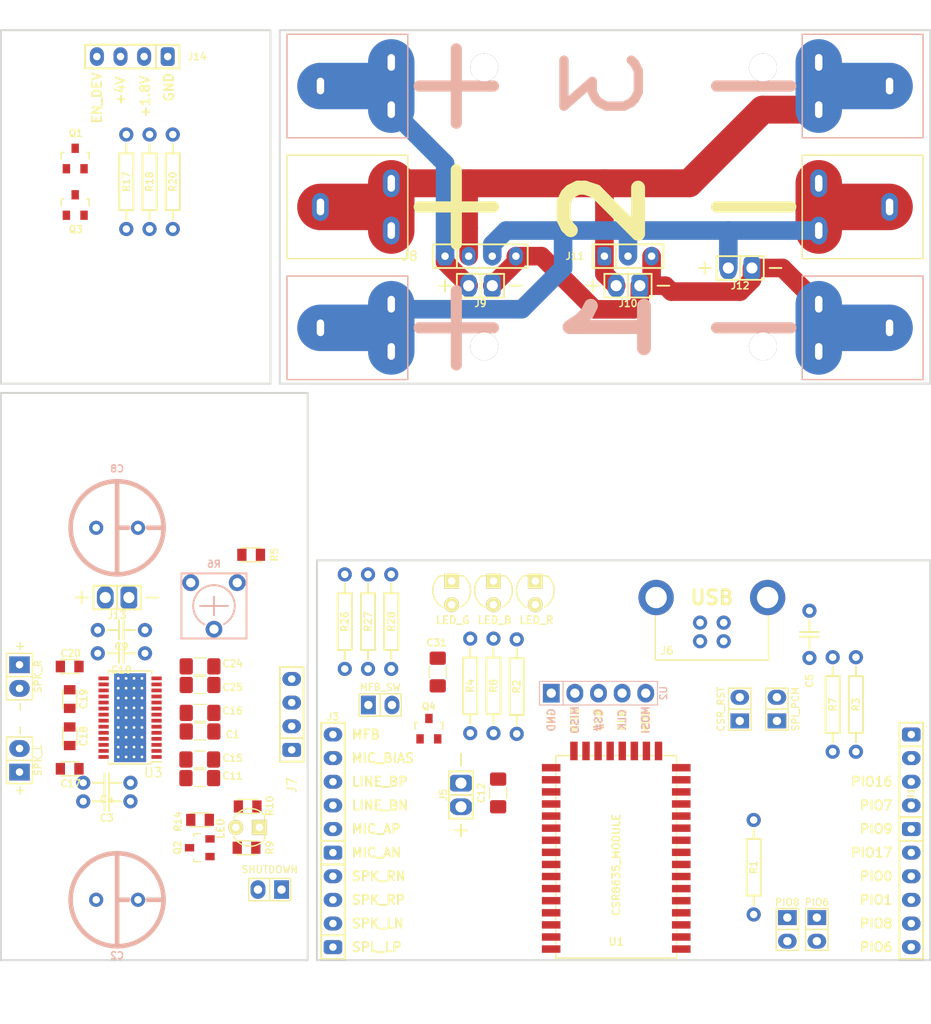
<source format=kicad_pcb>
(kicad_pcb (version 20171130) (host pcbnew "(5.0.0)")

  (general
    (thickness 1.6)
    (drawings 43)
    (tracks 68)
    (zones 0)
    (modules 76)
    (nets 79)
  )

  (page A4)
  (layers
    (0 F.Cu signal)
    (31 B.Cu signal)
    (32 B.Adhes user)
    (33 F.Adhes user)
    (34 B.Paste user)
    (35 F.Paste user)
    (36 B.SilkS user)
    (37 F.SilkS user)
    (38 B.Mask user)
    (39 F.Mask user)
    (40 Dwgs.User user)
    (41 Cmts.User user)
    (42 Eco1.User user)
    (43 Eco2.User user)
    (44 Edge.Cuts user)
    (45 Margin user)
    (46 B.CrtYd user)
    (47 F.CrtYd user)
    (48 B.Fab user)
    (49 F.Fab user)
  )

  (setup
    (last_trace_width 0.25)
    (user_trace_width 2)
    (user_trace_width 3)
    (user_trace_width 5)
    (trace_clearance 0.2)
    (zone_clearance 0.508)
    (zone_45_only no)
    (trace_min 0.2)
    (segment_width 0.2)
    (edge_width 0.2)
    (via_size 0.8)
    (via_drill 0.4)
    (via_min_size 0.4)
    (via_min_drill 0.3)
    (uvia_size 0.3)
    (uvia_drill 0.1)
    (uvias_allowed no)
    (uvia_min_size 0.2)
    (uvia_min_drill 0.1)
    (pcb_text_width 0.3)
    (pcb_text_size 1.5 1.5)
    (mod_edge_width 0.15)
    (mod_text_size 1 1)
    (mod_text_width 0.15)
    (pad_size 3 3)
    (pad_drill 3)
    (pad_to_mask_clearance 0.2)
    (aux_axis_origin 0 0)
    (visible_elements 7FFFFFFF)
    (pcbplotparams
      (layerselection 0x010fc_ffffffff)
      (usegerberextensions false)
      (usegerberattributes false)
      (usegerberadvancedattributes false)
      (creategerberjobfile false)
      (excludeedgelayer true)
      (linewidth 0.100000)
      (plotframeref false)
      (viasonmask false)
      (mode 1)
      (useauxorigin false)
      (hpglpennumber 1)
      (hpglpenspeed 20)
      (hpglpendiameter 15.000000)
      (psnegative false)
      (psa4output false)
      (plotreference true)
      (plotvalue true)
      (plotinvisibletext false)
      (padsonsilk false)
      (subtractmaskfromsilk false)
      (outputformat 1)
      (mirror false)
      (drillshape 1)
      (scaleselection 1)
      (outputdirectory ""))
  )

  (net 0 "")
  (net 1 GND)
  (net 2 "Net-(C15-Pad2)")
  (net 3 CSR_RST)
  (net 4 "Net-(C17-Pad1)")
  (net 5 "Net-(C17-Pad2)")
  (net 6 "Net-(C18-Pad2)")
  (net 7 "Net-(C18-Pad1)")
  (net 8 "Net-(C19-Pad2)")
  (net 9 "Net-(C20-Pad1)")
  (net 10 "Net-(C24-Pad2)")
  (net 11 "Net-(D3-Pad1)")
  (net 12 "Net-(Q1-Pad1)")
  (net 13 "Net-(Q2-Pad1)")
  (net 14 "Net-(Q3-Pad1)")
  (net 15 SPI_PCM)
  (net 16 PIO8)
  (net 17 "Net-(U1-Pad21)")
  (net 18 "Net-(U1-Pad22)")
  (net 19 "Net-(U1-Pad23)")
  (net 20 "Net-(U1-Pad24)")
  (net 21 "Net-(C11-Pad2)")
  (net 22 "Net-(C16-Pad2)")
  (net 23 "Net-(C19-Pad1)")
  (net 24 "Net-(C20-Pad2)")
  (net 25 "Net-(C25-Pad2)")
  (net 26 "Net-(C31-Pad2)")
  (net 27 "Net-(Q2-Pad3)")
  (net 28 "Net-(Q4-Pad1)")
  (net 29 "Net-(R5-Pad1)")
  (net 30 "Net-(R6-Pad2)")
  (net 31 "Net-(R9-Pad1)")
  (net 32 +4V)
  (net 33 +8V)
  (net 34 EN_DEVICES)
  (net 35 /BAT1+)
  (net 36 /BAT-)
  (net 37 /BAT2+)
  (net 38 /BAT3+)
  (net 39 "Net-(C5-Pad1)")
  (net 40 /IN_LP)
  (net 41 /IN_LN)
  (net 42 /IN_RP)
  (net 43 /IN_RN)
  (net 44 /PIO9)
  (net 45 /PIO17)
  (net 46 /PIO0)
  (net 47 /PIO1)
  (net 48 PIO6)
  (net 49 /SPK_RN)
  (net 50 /SPK_RP)
  (net 51 /SPK_LN)
  (net 52 /SPK_LP)
  (net 53 MFB)
  (net 54 /MIC_BIAS)
  (net 55 /LINE_BP)
  (net 56 /LINE_BN)
  (net 57 /MIC_AP)
  (net 58 /MIC_AN)
  (net 59 "Net-(Q4-Pad3)")
  (net 60 +1V8)
  (net 61 "Net-(R1-Pad1)")
  (net 62 "Net-(R3-Pad2)")
  (net 63 /PIO18)
  (net 64 /PIO21)
  (net 65 /PI016)
  (net 66 /PIO7)
  (net 67 VBUS)
  (net 68 /D-)
  (net 69 /D+)
  (net 70 "Net-(J6-Pad5)")
  (net 71 LED_R)
  (net 72 LED_G)
  (net 73 LED_B)
  (net 74 "Net-(D1-Pad1)")
  (net 75 "Net-(D2-Pad1)")
  (net 76 "Net-(D4-Pad1)")
  (net 77 /4V)
  (net 78 /1.8V)

  (net_class Default "This is the default net class."
    (clearance 0.2)
    (trace_width 0.25)
    (via_dia 0.8)
    (via_drill 0.4)
    (uvia_dia 0.3)
    (uvia_drill 0.1)
    (add_net +1V8)
    (add_net +4V)
    (add_net +8V)
    (add_net /1.8V)
    (add_net /4V)
    (add_net /BAT-)
    (add_net /BAT1+)
    (add_net /BAT2+)
    (add_net /BAT3+)
    (add_net /D+)
    (add_net /D-)
    (add_net /IN_LN)
    (add_net /IN_LP)
    (add_net /IN_RN)
    (add_net /IN_RP)
    (add_net /LINE_BN)
    (add_net /LINE_BP)
    (add_net /MIC_AN)
    (add_net /MIC_AP)
    (add_net /MIC_BIAS)
    (add_net /PI016)
    (add_net /PIO0)
    (add_net /PIO1)
    (add_net /PIO17)
    (add_net /PIO18)
    (add_net /PIO21)
    (add_net /PIO7)
    (add_net /PIO9)
    (add_net /SPK_LN)
    (add_net /SPK_LP)
    (add_net /SPK_RN)
    (add_net /SPK_RP)
    (add_net CSR_RST)
    (add_net EN_DEVICES)
    (add_net GND)
    (add_net LED_B)
    (add_net LED_G)
    (add_net LED_R)
    (add_net MFB)
    (add_net "Net-(C11-Pad2)")
    (add_net "Net-(C15-Pad2)")
    (add_net "Net-(C16-Pad2)")
    (add_net "Net-(C17-Pad1)")
    (add_net "Net-(C17-Pad2)")
    (add_net "Net-(C18-Pad1)")
    (add_net "Net-(C18-Pad2)")
    (add_net "Net-(C19-Pad1)")
    (add_net "Net-(C19-Pad2)")
    (add_net "Net-(C20-Pad1)")
    (add_net "Net-(C20-Pad2)")
    (add_net "Net-(C24-Pad2)")
    (add_net "Net-(C25-Pad2)")
    (add_net "Net-(C31-Pad2)")
    (add_net "Net-(C5-Pad1)")
    (add_net "Net-(D1-Pad1)")
    (add_net "Net-(D2-Pad1)")
    (add_net "Net-(D3-Pad1)")
    (add_net "Net-(D4-Pad1)")
    (add_net "Net-(J6-Pad5)")
    (add_net "Net-(Q1-Pad1)")
    (add_net "Net-(Q2-Pad1)")
    (add_net "Net-(Q2-Pad3)")
    (add_net "Net-(Q3-Pad1)")
    (add_net "Net-(Q4-Pad1)")
    (add_net "Net-(Q4-Pad3)")
    (add_net "Net-(R1-Pad1)")
    (add_net "Net-(R3-Pad2)")
    (add_net "Net-(R5-Pad1)")
    (add_net "Net-(R6-Pad2)")
    (add_net "Net-(R9-Pad1)")
    (add_net "Net-(U1-Pad21)")
    (add_net "Net-(U1-Pad22)")
    (add_net "Net-(U1-Pad23)")
    (add_net "Net-(U1-Pad24)")
    (add_net PIO6)
    (add_net PIO8)
    (add_net SPI_PCM)
    (add_net VBUS)
  )

  (module NovaBox:HTSSOP-28_4.4x9.7mm_Pitch0.65mm_ThermalPad (layer F.Cu) (tedit 5BC2430B) (tstamp 5B9550D1)
    (at 63.896179 123.917737 180)
    (descr "HTSSOP28: plastic thin shrink small outline package; 28 leads; body width 4.4 mm; thermal pad")
    (tags "TSSOP HTSSOP 0.65 thermal pad")
    (path /5B86F140)
    (attr smd)
    (fp_text reference U3 (at -2.5 -5.9 180) (layer F.SilkS)
      (effects (font (size 1 1) (thickness 0.15)))
    )
    (fp_text value TPA3136D2 (at 0 -0.5 90) (layer F.Fab) hide
      (effects (font (size 0.127 0.127) (thickness 0.03175)) (justify mirror))
    )
    (fp_line (start -2.325 -4.75) (end -3.4 -4.75) (layer F.SilkS) (width 0.15))
    (fp_line (start -2.325 5.0258) (end 2.325 5.0258) (layer F.SilkS) (width 0.15))
    (fp_line (start -2.325 -4.975) (end 2.325 -4.975) (layer F.SilkS) (width 0.15))
    (fp_line (start -2.325 5.0258) (end -2.325 4.7008) (layer F.SilkS) (width 0.15))
    (fp_line (start 2.325 5.0258) (end 2.325 4.7008) (layer F.SilkS) (width 0.15))
    (fp_line (start 2.325 -4.975) (end 2.325 -4.65) (layer F.SilkS) (width 0.15))
    (fp_line (start -2.325 -4.975) (end -2.325 -4.75) (layer F.SilkS) (width 0.15))
    (fp_line (start -3.65 5.15) (end 3.65 5.15) (layer F.CrtYd) (width 0.05))
    (fp_line (start -3.65 -5.15) (end 3.65 -5.15) (layer F.CrtYd) (width 0.05))
    (fp_line (start 3.65 -5.15) (end 3.65 5.15) (layer F.CrtYd) (width 0.05))
    (fp_line (start -3.65 -5.15) (end -3.65 5.15) (layer F.CrtYd) (width 0.05))
    (fp_line (start -2.2 -3.85) (end -1.2 -4.85) (layer F.Fab) (width 0.15))
    (fp_line (start -2.2 4.85) (end -2.2 -3.85) (layer F.Fab) (width 0.15))
    (fp_line (start 2.2 4.9008) (end -2.2 4.9008) (layer F.Fab) (width 0.15))
    (fp_line (start 2.2 -4.85) (end 2.2 4.85) (layer F.Fab) (width 0.15))
    (fp_line (start -1.2 -4.85) (end 2.2 -4.85) (layer F.Fab) (width 0.15))
    (pad 28 smd rect (at 2.85 -4.225 180) (size 1.1 0.4) (layers F.Cu F.Paste F.Mask)
      (net 33 +8V))
    (pad 27 smd rect (at 2.85 -3.575 180) (size 1.1 0.4) (layers F.Cu F.Paste F.Mask)
      (net 33 +8V))
    (pad 26 smd rect (at 2.85 -2.925 180) (size 1.1 0.4) (layers F.Cu F.Paste F.Mask)
      (net 5 "Net-(C17-Pad2)"))
    (pad 25 smd rect (at 2.85 -2.275 180) (size 1.1 0.4) (layers F.Cu F.Paste F.Mask)
      (net 4 "Net-(C17-Pad1)"))
    (pad 24 smd rect (at 2.85 -1.625 180) (size 1.1 0.4) (layers F.Cu F.Paste F.Mask)
      (net 1 GND))
    (pad 23 smd rect (at 2.85 -0.975 180) (size 1.1 0.4) (layers F.Cu F.Paste F.Mask)
      (net 7 "Net-(C18-Pad1)"))
    (pad 22 smd rect (at 2.85 -0.325 180) (size 1.1 0.4) (layers F.Cu F.Paste F.Mask)
      (net 6 "Net-(C18-Pad2)"))
    (pad 21 smd rect (at 2.85 0.325 180) (size 1.1 0.4) (layers F.Cu F.Paste F.Mask)
      (net 8 "Net-(C19-Pad2)"))
    (pad 20 smd rect (at 2.85 0.975 180) (size 1.1 0.4) (layers F.Cu F.Paste F.Mask)
      (net 23 "Net-(C19-Pad1)"))
    (pad 19 smd rect (at 2.85 1.625 180) (size 1.1 0.4) (layers F.Cu F.Paste F.Mask)
      (net 1 GND))
    (pad 18 smd rect (at 2.85 2.275 180) (size 1.1 0.4) (layers F.Cu F.Paste F.Mask)
      (net 9 "Net-(C20-Pad1)"))
    (pad 17 smd rect (at 2.85 2.925 180) (size 1.1 0.4) (layers F.Cu F.Paste F.Mask)
      (net 24 "Net-(C20-Pad2)"))
    (pad 16 smd rect (at 2.85 3.575 180) (size 1.1 0.4) (layers F.Cu F.Paste F.Mask)
      (net 33 +8V))
    (pad 15 smd rect (at 2.85 4.225 180) (size 1.1 0.4) (layers F.Cu F.Paste F.Mask)
      (net 33 +8V))
    (pad 14 smd rect (at -2.85 4.225 180) (size 1.1 0.4) (layers F.Cu F.Paste F.Mask)
      (net 1 GND))
    (pad 13 smd rect (at -2.85 3.575 180) (size 1.1 0.4) (layers F.Cu F.Paste F.Mask))
    (pad 12 smd rect (at -2.85 2.925 180) (size 1.1 0.4) (layers F.Cu F.Paste F.Mask)
      (net 10 "Net-(C24-Pad2)"))
    (pad 11 smd rect (at -2.85 2.275 180) (size 1.1 0.4) (layers F.Cu F.Paste F.Mask)
      (net 25 "Net-(C25-Pad2)"))
    (pad 10 smd rect (at -2.85 1.625 180) (size 1.1 0.4) (layers F.Cu F.Paste F.Mask)
      (net 30 "Net-(R6-Pad2)"))
    (pad 9 smd rect (at -2.85 0.975 180) (size 1.1 0.4) (layers F.Cu F.Paste F.Mask)
      (net 22 "Net-(C16-Pad2)"))
    (pad 8 smd rect (at -2.85 0.325 180) (size 1.1 0.4) (layers F.Cu F.Paste F.Mask)
      (net 1 GND))
    (pad 7 smd rect (at -2.85 -0.325 180) (size 1.1 0.4) (layers F.Cu F.Paste F.Mask)
      (net 33 +8V))
    (pad 6 smd rect (at -2.85 -0.975 180) (size 1.1 0.4) (layers F.Cu F.Paste F.Mask))
    (pad 5 smd rect (at -2.85 -1.625 180) (size 1.1 0.4) (layers F.Cu F.Paste F.Mask))
    (pad 4 smd rect (at -2.85 -2.275 180) (size 1.1 0.4) (layers F.Cu F.Paste F.Mask)
      (net 2 "Net-(C15-Pad2)"))
    (pad 3 smd rect (at -2.85 -2.925 180) (size 1.1 0.4) (layers F.Cu F.Paste F.Mask)
      (net 21 "Net-(C11-Pad2)"))
    (pad 2 smd rect (at -2.85 -3.575 180) (size 1.1 0.4) (layers F.Cu F.Paste F.Mask)
      (net 13 "Net-(Q2-Pad1)"))
    (pad 1 smd rect (at -2.85 -4.225 180) (size 1.1 0.4) (layers F.Cu F.Paste F.Mask)
      (net 31 "Net-(R9-Pad1)"))
    (pad 29 thru_hole rect (at 0.425 -4.225 180) (size 0.89 1.1) (drill 0.3) (layers *.Cu *.Mask)
      (net 1 GND))
    (pad 29 thru_hole rect (at 1.275 -4.225 180) (size 0.89 1.1) (drill 0.3) (layers *.Cu *.Mask)
      (net 1 GND))
    (pad 29 thru_hole rect (at -0.425 -4.225 180) (size 0.89 1.1) (drill 0.3) (layers *.Cu *.Mask)
      (net 1 GND))
    (pad 29 thru_hole rect (at -1.275 -4.225 180) (size 0.89 1.1) (drill 0.3) (layers *.Cu *.Mask)
      (net 1 GND))
    (pad 29 thru_hole rect (at -1.275 -3.16875 180) (size 0.89 1.1) (drill 0.3) (layers *.Cu *.Mask)
      (net 1 GND))
    (pad 29 thru_hole rect (at -0.425 -3.16875 180) (size 0.89 1.1) (drill 0.3) (layers *.Cu *.Mask)
      (net 1 GND))
    (pad 29 thru_hole rect (at 1.275 -3.16875 180) (size 0.89 1.1) (drill 0.3) (layers *.Cu *.Mask)
      (net 1 GND))
    (pad 29 thru_hole rect (at 0.425 -3.16875 180) (size 0.89 1.1) (drill 0.3) (layers *.Cu *.Mask)
      (net 1 GND))
    (pad 29 thru_hole rect (at 0.425 -2.1125 180) (size 0.89 1.1) (drill 0.3) (layers *.Cu *.Mask)
      (net 1 GND))
    (pad 29 thru_hole rect (at 1.275 -2.1125 180) (size 0.89 1.1) (drill 0.3) (layers *.Cu *.Mask)
      (net 1 GND))
    (pad 29 thru_hole rect (at -0.425 -2.1125 180) (size 0.89 1.1) (drill 0.3) (layers *.Cu *.Mask)
      (net 1 GND))
    (pad 29 thru_hole rect (at -1.275 -2.1125 180) (size 0.89 1.1) (drill 0.3) (layers *.Cu *.Mask)
      (net 1 GND))
    (pad 29 thru_hole rect (at -1.275 -1.05625 180) (size 0.89 1.1) (drill 0.3) (layers *.Cu *.Mask)
      (net 1 GND))
    (pad 29 thru_hole rect (at -0.425 -1.05625 180) (size 0.89 1.1) (drill 0.3) (layers *.Cu *.Mask)
      (net 1 GND))
    (pad 29 thru_hole rect (at 1.275 -1.05625 180) (size 0.89 1.1) (drill 0.3) (layers *.Cu *.Mask)
      (net 1 GND))
    (pad 29 thru_hole rect (at 0.425 -1.05625 180) (size 0.89 1.1) (drill 0.3) (layers *.Cu *.Mask)
      (net 1 GND))
    (pad 29 thru_hole rect (at 0.425 0 180) (size 0.89 1.1) (drill 0.3) (layers *.Cu *.Mask)
      (net 1 GND))
    (pad 29 thru_hole rect (at 1.275 0 180) (size 0.89 1.1) (drill 0.3) (layers *.Cu *.Mask)
      (net 1 GND))
    (pad 29 thru_hole rect (at -0.425 0 180) (size 0.89 1.1) (drill 0.3) (layers *.Cu *.Mask)
      (net 1 GND))
    (pad 29 thru_hole rect (at -1.275 0 180) (size 0.89 1.1) (drill 0.3) (layers *.Cu *.Mask)
      (net 1 GND))
    (pad 29 thru_hole rect (at -1.275 1.05625 180) (size 0.89 1.1) (drill 0.3) (layers *.Cu *.Mask)
      (net 1 GND))
    (pad 29 thru_hole rect (at -0.425 1.05625 180) (size 0.89 1.1) (drill 0.3) (layers *.Cu *.Mask)
      (net 1 GND))
    (pad 29 thru_hole rect (at 1.275 1.05625 180) (size 0.89 1.1) (drill 0.3) (layers *.Cu *.Mask)
      (net 1 GND))
    (pad 29 thru_hole rect (at 0.425 1.05625 180) (size 0.89 1.1) (drill 0.3) (layers *.Cu *.Mask)
      (net 1 GND))
    (pad 29 thru_hole rect (at 0.425 2.1125 180) (size 0.89 1.1) (drill 0.3) (layers *.Cu *.Mask)
      (net 1 GND))
    (pad 29 thru_hole rect (at 1.275 2.1125 180) (size 0.89 1.1) (drill 0.3) (layers *.Cu *.Mask)
      (net 1 GND))
    (pad 29 thru_hole rect (at -0.425 2.1125 180) (size 0.89 1.1) (drill 0.3) (layers *.Cu *.Mask)
      (net 1 GND))
    (pad 29 thru_hole rect (at -1.275 2.1125 180) (size 0.89 1.1) (drill 0.3) (layers *.Cu *.Mask)
      (net 1 GND))
    (pad 29 thru_hole rect (at -1.275 3.16875 180) (size 0.89 1.1) (drill 0.3) (layers *.Cu *.Mask)
      (net 1 GND))
    (pad 29 thru_hole rect (at -0.425 3.16875 180) (size 0.89 1.1) (drill 0.3) (layers *.Cu *.Mask)
      (net 1 GND))
    (pad 29 thru_hole rect (at 1.275 3.16875 180) (size 0.89 1.1) (drill 0.3) (layers *.Cu *.Mask)
      (net 1 GND))
    (pad 29 thru_hole rect (at 0.425 3.16875 180) (size 0.89 1.1) (drill 0.3) (layers *.Cu *.Mask)
      (net 1 GND))
    (pad 29 thru_hole rect (at 0.425 4.225 180) (size 0.89 1.1) (drill 0.3) (layers *.Cu *.Mask)
      (net 1 GND))
    (pad 29 thru_hole rect (at 1.275 4.225 180) (size 0.89 1.1) (drill 0.3) (layers *.Cu *.Mask)
      (net 1 GND))
    (pad 29 thru_hole rect (at -0.425 4.225 180) (size 0.89 1.1) (drill 0.3) (layers *.Cu *.Mask)
      (net 1 GND))
    (pad 29 thru_hole rect (at -1.275 4.225 180) (size 0.89 1.1) (drill 0.3) (layers *.Cu *.Mask)
      (net 1 GND))
    (model ${KISYS3DMOD}/Housings_SSOP.3dshapes/SSOP-28_5.3x10.2mm_Pitch0.65mm.wrl
      (at (xyz 0 0 0))
      (scale (xyz 0.8 1 1))
      (rotate (xyz 0 0 0))
    )
  )

  (module NovaBox:USB_B (layer F.Cu) (tedit 5BC24249) (tstamp 5BBD1509)
    (at 126.5 111 180)
    (tags USB)
    (path /5BBD4E32)
    (fp_text reference J6 (at 4.826 -5.715 180) (layer F.SilkS)
      (effects (font (size 0.8128 0.8128) (thickness 0.1524)))
    )
    (fp_text value USB (at 0 0) (layer F.SilkS)
      (effects (font (size 1.524 1.524) (thickness 0.3048)))
    )
    (fp_line (start 6.096 -6.731) (end -6.096 -6.731) (layer F.SilkS) (width 0.1524))
    (fp_line (start -6.096 10.287) (end 6.096 10.287) (layer Dwgs.User) (width 0.1524))
    (fp_line (start -6.096 -6.731) (end -6.096 -2.032) (layer F.SilkS) (width 0.1524))
    (fp_line (start 6.096 -6.731) (end 6.096 -2.032) (layer F.SilkS) (width 0.1524))
    (fp_line (start -6.096 10.287) (end -6.096 -2.032) (layer Dwgs.User) (width 0.1524))
    (fp_line (start 6.096 10.287) (end 6.096 -2.032) (layer Dwgs.User) (width 0.1524))
    (pad 5 thru_hole circle (at -6 0 180) (size 3.8 3.8) (drill 2.3) (layers *.Cu *.Mask)
      (net 70 "Net-(J6-Pad5)"))
    (pad 5 thru_hole circle (at 6 0 180) (size 3.8 3.8) (drill 2.3) (layers *.Cu *.Mask)
      (net 70 "Net-(J6-Pad5)"))
    (pad 4 thru_hole circle (at 1.27 -2.7 180) (size 1.524 1.524) (drill 0.8128) (layers *.Cu *.Mask)
      (net 1 GND))
    (pad 3 thru_hole circle (at -1.27 -2.7 180) (size 1.524 1.524) (drill 0.8128) (layers *.Cu *.Mask)
      (net 69 /D+))
    (pad 2 thru_hole circle (at -1.27 -4.7 180) (size 1.524 1.524) (drill 0.8128) (layers *.Cu *.Mask)
      (net 68 /D-))
    (pad 1 thru_hole circle (at 1.27 -4.7 180) (size 1.524 1.524) (drill 0.8128) (layers *.Cu *.Mask)
      (net 67 VBUS))
    (model ${KISYS3DMOD}/Connectors.3dshapes/USB_B.wrl
      (at (xyz 0 0 0))
      (scale (xyz 0.4 0.4 0.4))
      (rotate (xyz 0 0 0))
    )
  )

  (module NovaBox:LED-3MM (layer F.Cu) (tedit 5BC241BB) (tstamp 5BC2176B)
    (at 107.5 110.5 90)
    (descr "LED 3mm - Lead pitch 100mil (2,54mm)")
    (tags "LED led 3mm 3MM 100mil 2,54mm")
    (path /5BC6278C)
    (fp_text reference D1 (at 0 0 180) (layer Dwgs.User)
      (effects (font (size 0.8128 0.8128) (thickness 0.1524)))
    )
    (fp_text value LED_R (at -2.921 0.127 180) (layer F.SilkS)
      (effects (font (size 0.8128 0.8128) (thickness 0.1524)))
    )
    (fp_arc (start 0.254 0) (end 0.254 2.032) (angle 60.2) (layer F.SilkS) (width 0.1524))
    (fp_arc (start 0.254 0) (end 1.8034 1.31064) (angle 49.7) (layer F.SilkS) (width 0.1524))
    (fp_arc (start 0.254 0) (end -1.5367 -0.95504) (angle 61.9) (layer F.SilkS) (width 0.1524))
    (fp_arc (start 0.254 0) (end 0.254 -2.032) (angle 50.1) (layer F.SilkS) (width 0.1524))
    (fp_line (start 1.8288 1.27) (end 1.8288 0.889) (layer F.SilkS) (width 0.1524))
    (fp_line (start 1.8288 -1.27) (end 1.8288 -0.889) (layer F.SilkS) (width 0.1524))
    (pad 2 thru_hole rect (at 1.27 0 90) (size 1.6 1.6) (drill 0.8) (layers *.Cu *.Mask F.SilkS)
      (net 32 +4V))
    (pad 1 thru_hole circle (at -1.27 0 90) (size 1.6 1.6) (drill 0.8) (layers *.Cu *.Mask F.SilkS)
      (net 74 "Net-(D1-Pad1)"))
    (model ${KISYS3DMOD}/LED_THT.3dshapes/LED_D3.0mm_Clear.wrl
      (offset (xyz 1.25 0 -2.6))
      (scale (xyz 1 1 1))
      (rotate (xyz 0 0 180))
    )
  )

  (module NovaBox:LED-3MM (layer F.Cu) (tedit 5BC241BB) (tstamp 5BC21777)
    (at 98.5 110.5 90)
    (descr "LED 3mm - Lead pitch 100mil (2,54mm)")
    (tags "LED led 3mm 3MM 100mil 2,54mm")
    (path /5BC62928)
    (fp_text reference D2 (at 0 0 180) (layer Dwgs.User)
      (effects (font (size 0.8128 0.8128) (thickness 0.1524)))
    )
    (fp_text value LED_G (at -2.921 0.127 180) (layer F.SilkS)
      (effects (font (size 0.8128 0.8128) (thickness 0.1524)))
    )
    (fp_arc (start 0.254 0) (end 0.254 2.032) (angle 60.2) (layer F.SilkS) (width 0.1524))
    (fp_arc (start 0.254 0) (end 1.8034 1.31064) (angle 49.7) (layer F.SilkS) (width 0.1524))
    (fp_arc (start 0.254 0) (end -1.5367 -0.95504) (angle 61.9) (layer F.SilkS) (width 0.1524))
    (fp_arc (start 0.254 0) (end 0.254 -2.032) (angle 50.1) (layer F.SilkS) (width 0.1524))
    (fp_line (start 1.8288 1.27) (end 1.8288 0.889) (layer F.SilkS) (width 0.1524))
    (fp_line (start 1.8288 -1.27) (end 1.8288 -0.889) (layer F.SilkS) (width 0.1524))
    (pad 2 thru_hole rect (at 1.27 0 90) (size 1.6 1.6) (drill 0.8) (layers *.Cu *.Mask F.SilkS)
      (net 32 +4V))
    (pad 1 thru_hole circle (at -1.27 0 90) (size 1.6 1.6) (drill 0.8) (layers *.Cu *.Mask F.SilkS)
      (net 75 "Net-(D2-Pad1)"))
    (model ${KISYS3DMOD}/LED_THT.3dshapes/LED_D3.0mm_Clear.wrl
      (offset (xyz 1.25 0 -2.6))
      (scale (xyz 1 1 1))
      (rotate (xyz 0 0 180))
    )
  )

  (module NovaBox:LED-3MM (layer F.Cu) (tedit 5BC241BB) (tstamp 5BC21778)
    (at 76.546179 135.717737)
    (descr "LED 3mm - Lead pitch 100mil (2,54mm)")
    (tags "LED led 3mm 3MM 100mil 2,54mm")
    (path /5B8EC03E)
    (fp_text reference D3 (at 0 0 90) (layer Dwgs.User)
      (effects (font (size 0.8128 0.8128) (thickness 0.1524)))
    )
    (fp_text value LED (at -2.921 0.127 90) (layer F.SilkS)
      (effects (font (size 0.8128 0.8128) (thickness 0.1524)))
    )
    (fp_arc (start 0.254 0) (end 0.254 2.032) (angle 60.2) (layer F.SilkS) (width 0.1524))
    (fp_arc (start 0.254 0) (end 1.8034 1.31064) (angle 49.7) (layer F.SilkS) (width 0.1524))
    (fp_arc (start 0.254 0) (end -1.5367 -0.95504) (angle 61.9) (layer F.SilkS) (width 0.1524))
    (fp_arc (start 0.254 0) (end 0.254 -2.032) (angle 50.1) (layer F.SilkS) (width 0.1524))
    (fp_line (start 1.8288 1.27) (end 1.8288 0.889) (layer F.SilkS) (width 0.1524))
    (fp_line (start 1.8288 -1.27) (end 1.8288 -0.889) (layer F.SilkS) (width 0.1524))
    (pad 2 thru_hole rect (at 1.27 0) (size 1.6 1.6) (drill 0.8) (layers *.Cu *.Mask F.SilkS)
      (net 33 +8V))
    (pad 1 thru_hole circle (at -1.27 0) (size 1.6 1.6) (drill 0.8) (layers *.Cu *.Mask F.SilkS)
      (net 11 "Net-(D3-Pad1)"))
    (model ${KISYS3DMOD}/LED_THT.3dshapes/LED_D3.0mm_Clear.wrl
      (offset (xyz 1.25 0 -2.6))
      (scale (xyz 1 1 1))
      (rotate (xyz 0 0 180))
    )
  )

  (module NovaBox:LED-3MM (layer F.Cu) (tedit 5BC241BB) (tstamp 5BC22FB0)
    (at 103 110.5 90)
    (descr "LED 3mm - Lead pitch 100mil (2,54mm)")
    (tags "LED led 3mm 3MM 100mil 2,54mm")
    (path /5BC62A12)
    (fp_text reference D4 (at 0 0 180) (layer Dwgs.User)
      (effects (font (size 0.8128 0.8128) (thickness 0.1524)))
    )
    (fp_text value LED_B (at -2.921 0.127 180) (layer F.SilkS)
      (effects (font (size 0.8128 0.8128) (thickness 0.1524)))
    )
    (fp_arc (start 0.254 0) (end 0.254 2.032) (angle 60.2) (layer F.SilkS) (width 0.1524))
    (fp_arc (start 0.254 0) (end 1.8034 1.31064) (angle 49.7) (layer F.SilkS) (width 0.1524))
    (fp_arc (start 0.254 0) (end -1.5367 -0.95504) (angle 61.9) (layer F.SilkS) (width 0.1524))
    (fp_arc (start 0.254 0) (end 0.254 -2.032) (angle 50.1) (layer F.SilkS) (width 0.1524))
    (fp_line (start 1.8288 1.27) (end 1.8288 0.889) (layer F.SilkS) (width 0.1524))
    (fp_line (start 1.8288 -1.27) (end 1.8288 -0.889) (layer F.SilkS) (width 0.1524))
    (pad 2 thru_hole rect (at 1.27 0 90) (size 1.6 1.6) (drill 0.8) (layers *.Cu *.Mask F.SilkS)
      (net 32 +4V))
    (pad 1 thru_hole circle (at -1.27 0 90) (size 1.6 1.6) (drill 0.8) (layers *.Cu *.Mask F.SilkS)
      (net 76 "Net-(D4-Pad1)"))
    (model ${KISYS3DMOD}/LED_THT.3dshapes/LED_D3.0mm_Clear.wrl
      (offset (xyz 1.25 0 -2.6))
      (scale (xyz 1 1 1))
      (rotate (xyz 0 0 180))
    )
  )

  (module NovaBox:R_10MM (layer F.Cu) (tedit 5BC23FF4) (tstamp 5BC22F40)
    (at 105.5 120.58 90)
    (path /5BC62B86)
    (fp_text reference R2 (at 0 0 90) (layer F.SilkS)
      (effects (font (size 0.75 0.75) (thickness 0.15)))
    )
    (fp_text value 1K (at -2.286 0 90) (layer F.Fab) hide
      (effects (font (size 0.127 0.127) (thickness 0.001)))
    )
    (fp_line (start 3.048 0) (end 4.064 0) (layer F.SilkS) (width 0.2))
    (fp_line (start -3.048 0) (end -4.064 0) (layer F.SilkS) (width 0.2))
    (fp_line (start -3.048 -0.762) (end 3.048 -0.762) (layer F.SilkS) (width 0.2))
    (fp_line (start -3.048 0.762) (end 3.048 0.762) (layer F.SilkS) (width 0.2))
    (fp_line (start 3.048 -0.762) (end 3.048 0.762) (layer F.SilkS) (width 0.2))
    (fp_line (start -3.048 -0.762) (end -3.048 0.762) (layer F.SilkS) (width 0.2))
    (pad 2 thru_hole circle (at 5.08 0 90) (size 1.524 1.524) (drill 0.8) (layers *.Cu *.Mask)
      (net 74 "Net-(D1-Pad1)"))
    (pad 1 thru_hole circle (at -5.08 0 90) (size 1.524 1.524) (drill 0.8) (layers *.Cu *.Mask)
      (net 71 LED_R))
    (model ${KISYS3DMOD}/Resistor_THT.3dshapes/R_Axial_DIN0207_L6.3mm_D2.5mm_P10.16mm_Horizontal.wrl
      (offset (xyz -5 0 0))
      (scale (xyz 1 1 1))
      (rotate (xyz 0 0 0))
    )
  )

  (module NovaBox:R_10MM (layer F.Cu) (tedit 5BC23FF4) (tstamp 5BC22DF4)
    (at 142 122.5 90)
    (path /583C9A42)
    (fp_text reference R3 (at 0 0 90) (layer F.SilkS)
      (effects (font (size 0.75 0.75) (thickness 0.15)))
    )
    (fp_text value 10K (at -2.286 0 90) (layer F.Fab) hide
      (effects (font (size 0.127 0.127) (thickness 0.001)))
    )
    (fp_line (start 3.048 0) (end 4.064 0) (layer F.SilkS) (width 0.2))
    (fp_line (start -3.048 0) (end -4.064 0) (layer F.SilkS) (width 0.2))
    (fp_line (start -3.048 -0.762) (end 3.048 -0.762) (layer F.SilkS) (width 0.2))
    (fp_line (start -3.048 0.762) (end 3.048 0.762) (layer F.SilkS) (width 0.2))
    (fp_line (start 3.048 -0.762) (end 3.048 0.762) (layer F.SilkS) (width 0.2))
    (fp_line (start -3.048 -0.762) (end -3.048 0.762) (layer F.SilkS) (width 0.2))
    (pad 2 thru_hole circle (at 5.08 0 90) (size 1.524 1.524) (drill 0.8) (layers *.Cu *.Mask)
      (net 62 "Net-(R3-Pad2)"))
    (pad 1 thru_hole circle (at -5.08 0 90) (size 1.524 1.524) (drill 0.8) (layers *.Cu *.Mask)
      (net 60 +1V8))
    (model ${KISYS3DMOD}/Resistor_THT.3dshapes/R_Axial_DIN0207_L6.3mm_D2.5mm_P10.16mm_Horizontal.wrl
      (offset (xyz -5 0 0))
      (scale (xyz 1 1 1))
      (rotate (xyz 0 0 0))
    )
  )

  (module NovaBox:R_10MM (layer F.Cu) (tedit 5BC23FF4) (tstamp 5BC217B1)
    (at 100.5 120.5 90)
    (path /5BC63057)
    (fp_text reference R4 (at 0 0 90) (layer F.SilkS)
      (effects (font (size 0.75 0.75) (thickness 0.15)))
    )
    (fp_text value 1K (at -2.286 0 90) (layer F.Fab) hide
      (effects (font (size 0.127 0.127) (thickness 0.001)))
    )
    (fp_line (start 3.048 0) (end 4.064 0) (layer F.SilkS) (width 0.2))
    (fp_line (start -3.048 0) (end -4.064 0) (layer F.SilkS) (width 0.2))
    (fp_line (start -3.048 -0.762) (end 3.048 -0.762) (layer F.SilkS) (width 0.2))
    (fp_line (start -3.048 0.762) (end 3.048 0.762) (layer F.SilkS) (width 0.2))
    (fp_line (start 3.048 -0.762) (end 3.048 0.762) (layer F.SilkS) (width 0.2))
    (fp_line (start -3.048 -0.762) (end -3.048 0.762) (layer F.SilkS) (width 0.2))
    (pad 2 thru_hole circle (at 5.08 0 90) (size 1.524 1.524) (drill 0.8) (layers *.Cu *.Mask)
      (net 75 "Net-(D2-Pad1)"))
    (pad 1 thru_hole circle (at -5.08 0 90) (size 1.524 1.524) (drill 0.8) (layers *.Cu *.Mask)
      (net 72 LED_G))
    (model ${KISYS3DMOD}/Resistor_THT.3dshapes/R_Axial_DIN0207_L6.3mm_D2.5mm_P10.16mm_Horizontal.wrl
      (offset (xyz -5 0 0))
      (scale (xyz 1 1 1))
      (rotate (xyz 0 0 0))
    )
  )

  (module NovaBox:R_10MM (layer F.Cu) (tedit 5BC23FF4) (tstamp 5BC22DD3)
    (at 139.5 122.5 90)
    (path /57F3BA6C)
    (fp_text reference R7 (at 0 0 90) (layer F.SilkS)
      (effects (font (size 0.75 0.75) (thickness 0.15)))
    )
    (fp_text value 10K (at -2.286 0 90) (layer F.Fab) hide
      (effects (font (size 0.127 0.127) (thickness 0.001)))
    )
    (fp_line (start 3.048 0) (end 4.064 0) (layer F.SilkS) (width 0.2))
    (fp_line (start -3.048 0) (end -4.064 0) (layer F.SilkS) (width 0.2))
    (fp_line (start -3.048 -0.762) (end 3.048 -0.762) (layer F.SilkS) (width 0.2))
    (fp_line (start -3.048 0.762) (end 3.048 0.762) (layer F.SilkS) (width 0.2))
    (fp_line (start 3.048 -0.762) (end 3.048 0.762) (layer F.SilkS) (width 0.2))
    (fp_line (start -3.048 -0.762) (end -3.048 0.762) (layer F.SilkS) (width 0.2))
    (pad 2 thru_hole circle (at 5.08 0 90) (size 1.524 1.524) (drill 0.8) (layers *.Cu *.Mask)
      (net 39 "Net-(C5-Pad1)"))
    (pad 1 thru_hole circle (at -5.08 0 90) (size 1.524 1.524) (drill 0.8) (layers *.Cu *.Mask)
      (net 60 +1V8))
    (model ${KISYS3DMOD}/Resistor_THT.3dshapes/R_Axial_DIN0207_L6.3mm_D2.5mm_P10.16mm_Horizontal.wrl
      (offset (xyz -5 0 0))
      (scale (xyz 1 1 1))
      (rotate (xyz 0 0 0))
    )
  )

  (module NovaBox:R_10MM (layer F.Cu) (tedit 5BC23FF4) (tstamp 5BC217C8)
    (at 103 120.5 90)
    (path /5BC63111)
    (fp_text reference R8 (at 0 0 90) (layer F.SilkS)
      (effects (font (size 0.75 0.75) (thickness 0.15)))
    )
    (fp_text value 1K (at -2.286 0 90) (layer F.Fab) hide
      (effects (font (size 0.127 0.127) (thickness 0.001)))
    )
    (fp_line (start 3.048 0) (end 4.064 0) (layer F.SilkS) (width 0.2))
    (fp_line (start -3.048 0) (end -4.064 0) (layer F.SilkS) (width 0.2))
    (fp_line (start -3.048 -0.762) (end 3.048 -0.762) (layer F.SilkS) (width 0.2))
    (fp_line (start -3.048 0.762) (end 3.048 0.762) (layer F.SilkS) (width 0.2))
    (fp_line (start 3.048 -0.762) (end 3.048 0.762) (layer F.SilkS) (width 0.2))
    (fp_line (start -3.048 -0.762) (end -3.048 0.762) (layer F.SilkS) (width 0.2))
    (pad 2 thru_hole circle (at 5.08 0 90) (size 1.524 1.524) (drill 0.8) (layers *.Cu *.Mask)
      (net 76 "Net-(D4-Pad1)"))
    (pad 1 thru_hole circle (at -5.08 0 90) (size 1.524 1.524) (drill 0.8) (layers *.Cu *.Mask)
      (net 73 LED_B))
    (model ${KISYS3DMOD}/Resistor_THT.3dshapes/R_Axial_DIN0207_L6.3mm_D2.5mm_P10.16mm_Horizontal.wrl
      (offset (xyz -5 0 0))
      (scale (xyz 1 1 1))
      (rotate (xyz 0 0 0))
    )
  )

  (module NovaBox:R_10MM (layer F.Cu) (tedit 5BC23FF4) (tstamp 5BC2394A)
    (at 131 140 90)
    (path /5C6C26FD)
    (fp_text reference R1 (at 0 0 90) (layer F.SilkS)
      (effects (font (size 0.75 0.75) (thickness 0.15)))
    )
    (fp_text value 1K (at -2.286 0 90) (layer F.Fab) hide
      (effects (font (size 0.127 0.127) (thickness 0.001)))
    )
    (fp_line (start 3.048 0) (end 4.064 0) (layer F.SilkS) (width 0.2))
    (fp_line (start -3.048 0) (end -4.064 0) (layer F.SilkS) (width 0.2))
    (fp_line (start -3.048 -0.762) (end 3.048 -0.762) (layer F.SilkS) (width 0.2))
    (fp_line (start -3.048 0.762) (end 3.048 0.762) (layer F.SilkS) (width 0.2))
    (fp_line (start 3.048 -0.762) (end 3.048 0.762) (layer F.SilkS) (width 0.2))
    (fp_line (start -3.048 -0.762) (end -3.048 0.762) (layer F.SilkS) (width 0.2))
    (pad 2 thru_hole circle (at 5.08 0 90) (size 1.524 1.524) (drill 0.8) (layers *.Cu *.Mask)
      (net 60 +1V8))
    (pad 1 thru_hole circle (at -5.08 0 90) (size 1.524 1.524) (drill 0.8) (layers *.Cu *.Mask)
      (net 61 "Net-(R1-Pad1)"))
    (model ${KISYS3DMOD}/Resistor_THT.3dshapes/R_Axial_DIN0207_L6.3mm_D2.5mm_P10.16mm_Horizontal.wrl
      (offset (xyz -5 0 0))
      (scale (xyz 1 1 1))
      (rotate (xyz 0 0 0))
    )
  )

  (module NovaBox:R_10MM (layer F.Cu) (tedit 5BC23FF4) (tstamp 5BC22ACD)
    (at 63.492 66.294 270)
    (path /5B7973DA)
    (fp_text reference R17 (at 0 0 270) (layer F.SilkS)
      (effects (font (size 0.75 0.75) (thickness 0.15)))
    )
    (fp_text value 10K (at -2.286 0 270) (layer F.Fab) hide
      (effects (font (size 0.127 0.127) (thickness 0.001)))
    )
    (fp_line (start 3.048 0) (end 4.064 0) (layer F.SilkS) (width 0.2))
    (fp_line (start -3.048 0) (end -4.064 0) (layer F.SilkS) (width 0.2))
    (fp_line (start -3.048 -0.762) (end 3.048 -0.762) (layer F.SilkS) (width 0.2))
    (fp_line (start -3.048 0.762) (end 3.048 0.762) (layer F.SilkS) (width 0.2))
    (fp_line (start 3.048 -0.762) (end 3.048 0.762) (layer F.SilkS) (width 0.2))
    (fp_line (start -3.048 -0.762) (end -3.048 0.762) (layer F.SilkS) (width 0.2))
    (pad 2 thru_hole circle (at 5.08 0 270) (size 1.524 1.524) (drill 0.8) (layers *.Cu *.Mask)
      (net 12 "Net-(Q1-Pad1)"))
    (pad 1 thru_hole circle (at -5.08 0 270) (size 1.524 1.524) (drill 0.8) (layers *.Cu *.Mask)
      (net 77 /4V))
    (model ${KISYS3DMOD}/Resistor_THT.3dshapes/R_Axial_DIN0207_L6.3mm_D2.5mm_P10.16mm_Horizontal.wrl
      (offset (xyz -5 0 0))
      (scale (xyz 1 1 1))
      (rotate (xyz 0 0 0))
    )
  )

  (module NovaBox:R_10MM (layer F.Cu) (tedit 5BC23FF4) (tstamp 5BC21C78)
    (at 68.492 66.294 270)
    (path /5B856468)
    (fp_text reference R20 (at 0 0 270) (layer F.SilkS)
      (effects (font (size 0.75 0.75) (thickness 0.15)))
    )
    (fp_text value 10K (at -2.286 0 270) (layer F.Fab) hide
      (effects (font (size 0.127 0.127) (thickness 0.001)))
    )
    (fp_line (start 3.048 0) (end 4.064 0) (layer F.SilkS) (width 0.2))
    (fp_line (start -3.048 0) (end -4.064 0) (layer F.SilkS) (width 0.2))
    (fp_line (start -3.048 -0.762) (end 3.048 -0.762) (layer F.SilkS) (width 0.2))
    (fp_line (start -3.048 0.762) (end 3.048 0.762) (layer F.SilkS) (width 0.2))
    (fp_line (start 3.048 -0.762) (end 3.048 0.762) (layer F.SilkS) (width 0.2))
    (fp_line (start -3.048 -0.762) (end -3.048 0.762) (layer F.SilkS) (width 0.2))
    (pad 2 thru_hole circle (at 5.08 0 270) (size 1.524 1.524) (drill 0.8) (layers *.Cu *.Mask)
      (net 1 GND))
    (pad 1 thru_hole circle (at -5.08 0 270) (size 1.524 1.524) (drill 0.8) (layers *.Cu *.Mask)
      (net 34 EN_DEVICES))
    (model ${KISYS3DMOD}/Resistor_THT.3dshapes/R_Axial_DIN0207_L6.3mm_D2.5mm_P10.16mm_Horizontal.wrl
      (offset (xyz -5 0 0))
      (scale (xyz 1 1 1))
      (rotate (xyz 0 0 0))
    )
  )

  (module NovaBox:R_10MM (layer F.Cu) (tedit 5BC23FF4) (tstamp 5BC2302D)
    (at 87 113.595 270)
    (path /581A041F)
    (fp_text reference R26 (at 0 0 270) (layer F.SilkS)
      (effects (font (size 0.75 0.75) (thickness 0.15)))
    )
    (fp_text value 10K (at -2.286 0 270) (layer F.Fab) hide
      (effects (font (size 0.127 0.127) (thickness 0.001)))
    )
    (fp_line (start 3.048 0) (end 4.064 0) (layer F.SilkS) (width 0.2))
    (fp_line (start -3.048 0) (end -4.064 0) (layer F.SilkS) (width 0.2))
    (fp_line (start -3.048 -0.762) (end 3.048 -0.762) (layer F.SilkS) (width 0.2))
    (fp_line (start -3.048 0.762) (end 3.048 0.762) (layer F.SilkS) (width 0.2))
    (fp_line (start 3.048 -0.762) (end 3.048 0.762) (layer F.SilkS) (width 0.2))
    (fp_line (start -3.048 -0.762) (end -3.048 0.762) (layer F.SilkS) (width 0.2))
    (pad 2 thru_hole circle (at 5.08 0 270) (size 1.524 1.524) (drill 0.8) (layers *.Cu *.Mask)
      (net 32 +4V))
    (pad 1 thru_hole circle (at -5.08 0 270) (size 1.524 1.524) (drill 0.8) (layers *.Cu *.Mask)
      (net 59 "Net-(Q4-Pad3)"))
    (model ${KISYS3DMOD}/Resistor_THT.3dshapes/R_Axial_DIN0207_L6.3mm_D2.5mm_P10.16mm_Horizontal.wrl
      (offset (xyz -5 0 0))
      (scale (xyz 1 1 1))
      (rotate (xyz 0 0 0))
    )
  )

  (module NovaBox:R_10MM (layer F.Cu) (tedit 5BC23FF4) (tstamp 5BC21C8E)
    (at 89.5 113.595 90)
    (path /581A0EA5)
    (fp_text reference R27 (at 0 0 90) (layer F.SilkS)
      (effects (font (size 0.75 0.75) (thickness 0.15)))
    )
    (fp_text value 1K (at -2.286 0 90) (layer F.Fab) hide
      (effects (font (size 0.127 0.127) (thickness 0.001)))
    )
    (fp_line (start 3.048 0) (end 4.064 0) (layer F.SilkS) (width 0.2))
    (fp_line (start -3.048 0) (end -4.064 0) (layer F.SilkS) (width 0.2))
    (fp_line (start -3.048 -0.762) (end 3.048 -0.762) (layer F.SilkS) (width 0.2))
    (fp_line (start -3.048 0.762) (end 3.048 0.762) (layer F.SilkS) (width 0.2))
    (fp_line (start 3.048 -0.762) (end 3.048 0.762) (layer F.SilkS) (width 0.2))
    (fp_line (start -3.048 -0.762) (end -3.048 0.762) (layer F.SilkS) (width 0.2))
    (pad 2 thru_hole circle (at 5.08 0 90) (size 1.524 1.524) (drill 0.8) (layers *.Cu *.Mask)
      (net 26 "Net-(C31-Pad2)"))
    (pad 1 thru_hole circle (at -5.08 0 90) (size 1.524 1.524) (drill 0.8) (layers *.Cu *.Mask)
      (net 28 "Net-(Q4-Pad1)"))
    (model ${KISYS3DMOD}/Resistor_THT.3dshapes/R_Axial_DIN0207_L6.3mm_D2.5mm_P10.16mm_Horizontal.wrl
      (offset (xyz -5 0 0))
      (scale (xyz 1 1 1))
      (rotate (xyz 0 0 0))
    )
  )

  (module NovaBox:R_10MM (layer F.Cu) (tedit 5BC23FF4) (tstamp 5BC21C99)
    (at 92 113.595 270)
    (path /581A1A61)
    (fp_text reference R28 (at 0 0 270) (layer F.SilkS)
      (effects (font (size 0.75 0.75) (thickness 0.15)))
    )
    (fp_text value 10K (at -2.286 0 270) (layer F.Fab) hide
      (effects (font (size 0.127 0.127) (thickness 0.001)))
    )
    (fp_line (start 3.048 0) (end 4.064 0) (layer F.SilkS) (width 0.2))
    (fp_line (start -3.048 0) (end -4.064 0) (layer F.SilkS) (width 0.2))
    (fp_line (start -3.048 -0.762) (end 3.048 -0.762) (layer F.SilkS) (width 0.2))
    (fp_line (start -3.048 0.762) (end 3.048 0.762) (layer F.SilkS) (width 0.2))
    (fp_line (start 3.048 -0.762) (end 3.048 0.762) (layer F.SilkS) (width 0.2))
    (fp_line (start -3.048 -0.762) (end -3.048 0.762) (layer F.SilkS) (width 0.2))
    (pad 2 thru_hole circle (at 5.08 0 270) (size 1.524 1.524) (drill 0.8) (layers *.Cu *.Mask)
      (net 28 "Net-(Q4-Pad1)"))
    (pad 1 thru_hole circle (at -5.08 0 270) (size 1.524 1.524) (drill 0.8) (layers *.Cu *.Mask)
      (net 1 GND))
    (model ${KISYS3DMOD}/Resistor_THT.3dshapes/R_Axial_DIN0207_L6.3mm_D2.5mm_P10.16mm_Horizontal.wrl
      (offset (xyz -5 0 0))
      (scale (xyz 1 1 1))
      (rotate (xyz 0 0 0))
    )
  )

  (module NovaBox:R_10MM (layer F.Cu) (tedit 5BC23FF4) (tstamp 5BC22A9F)
    (at 65.992 66.294 90)
    (path /5B797AAF)
    (fp_text reference R18 (at 0 0 90) (layer F.SilkS)
      (effects (font (size 0.75 0.75) (thickness 0.15)))
    )
    (fp_text value 10K (at -2.286 0 90) (layer F.Fab) hide
      (effects (font (size 0.127 0.127) (thickness 0.001)))
    )
    (fp_line (start 3.048 0) (end 4.064 0) (layer F.SilkS) (width 0.2))
    (fp_line (start -3.048 0) (end -4.064 0) (layer F.SilkS) (width 0.2))
    (fp_line (start -3.048 -0.762) (end 3.048 -0.762) (layer F.SilkS) (width 0.2))
    (fp_line (start -3.048 0.762) (end 3.048 0.762) (layer F.SilkS) (width 0.2))
    (fp_line (start 3.048 -0.762) (end 3.048 0.762) (layer F.SilkS) (width 0.2))
    (fp_line (start -3.048 -0.762) (end -3.048 0.762) (layer F.SilkS) (width 0.2))
    (pad 2 thru_hole circle (at 5.08 0 90) (size 1.524 1.524) (drill 0.8) (layers *.Cu *.Mask)
      (net 78 /1.8V))
    (pad 1 thru_hole circle (at -5.08 0 90) (size 1.524 1.524) (drill 0.8) (layers *.Cu *.Mask)
      (net 14 "Net-(Q3-Pad1)"))
    (model ${KISYS3DMOD}/Resistor_THT.3dshapes/R_Axial_DIN0207_L6.3mm_D2.5mm_P10.16mm_Horizontal.wrl
      (offset (xyz -5 0 0))
      (scale (xyz 1 1 1))
      (rotate (xyz 0 0 0))
    )
  )

  (module NovaBox:MountingHole (layer F.Cu) (tedit 5B7A9545) (tstamp 5BC1BCCE)
    (at 132 54)
    (descr "Mounting hole")
    (tags "Mounting hole")
    (path /580E8A4C)
    (fp_text reference P5 (at 0 0.95) (layer F.SilkS) hide
      (effects (font (size 0.127 0.127) (thickness 0.01)))
    )
    (fp_text value MH (at 0 -0.9) (layer F.SilkS) hide
      (effects (font (size 0.127 0.127) (thickness 0.01)))
    )
    (fp_circle (center 0 0) (end 1.5 0) (layer F.CrtYd) (width 0.05))
    (fp_circle (center 0 0) (end 3.1 0) (layer F.CrtYd) (width 0.05))
    (fp_line (start 3.1 0) (end 1.55 -2.684) (layer F.CrtYd) (width 0.05))
    (fp_line (start -1.55 -2.684) (end -3.1 0) (layer F.CrtYd) (width 0.05))
    (fp_line (start 1.55 -2.684) (end -1.55 -2.684) (layer F.CrtYd) (width 0.05))
    (fp_line (start 1.55 2.684) (end 3.1 0) (layer F.CrtYd) (width 0.05))
    (fp_line (start -1.55 2.684) (end 1.55 2.684) (layer F.CrtYd) (width 0.05))
    (fp_line (start -3.1 0) (end -1.55 2.684) (layer F.CrtYd) (width 0.05))
    (pad 1 thru_hole circle (at 0 0) (size 3 3) (drill 3) (layers *.Cu *.Mask))
  )

  (module NovaBox:CSR_DebugSmall (layer B.Cu) (tedit 5BA626EB) (tstamp 5BC234CF)
    (at 114.3 121.285)
    (path /580CF046)
    (fp_text reference U2 (at 7 0 -90) (layer B.SilkS)
      (effects (font (size 0.762 0.762) (thickness 0.127)) (justify mirror))
    )
    (fp_text value CSR_DebugSmall (at -1 0 -90) (layer B.Fab) hide
      (effects (font (size 0.127 0.127) (thickness 0.0127)) (justify mirror))
    )
    (fp_text user MOSI (at 5.08 2.879349 90) (layer F.SilkS)
      (effects (font (size 0.8128 0.8128) (thickness 0.1524)))
    )
    (fp_text user CLK (at 2.54 2.879349 90) (layer F.SilkS)
      (effects (font (size 0.8128 0.8128) (thickness 0.1524)))
    )
    (fp_text user CS# (at 0 2.879349 90) (layer F.SilkS)
      (effects (font (size 0.8128 0.8128) (thickness 0.1524)))
    )
    (fp_text user MISO (at -2.54 2.879349 90) (layer F.SilkS)
      (effects (font (size 0.8128 0.8128) (thickness 0.1524)))
    )
    (fp_text user GND (at -5.08 2.879349 90) (layer F.SilkS)
      (effects (font (size 0.8128 0.8128) (thickness 0.1524)))
    )
    (fp_text user GND (at -5.08 2.879349 -90) (layer B.SilkS)
      (effects (font (size 0.8128 0.8128) (thickness 0.1524)) (justify mirror))
    )
    (fp_text user MISO (at -2.54 2.879349 -90) (layer B.SilkS)
      (effects (font (size 0.8128 0.8128) (thickness 0.1524)) (justify mirror))
    )
    (fp_text user CS# (at 0 2.879349 -90) (layer B.SilkS)
      (effects (font (size 0.8128 0.8128) (thickness 0.1524)) (justify mirror))
    )
    (fp_text user CLK (at 2.54 2.879349 -90) (layer B.SilkS)
      (effects (font (size 0.8128 0.8128) (thickness 0.1524)) (justify mirror))
    )
    (fp_text user MOSI (at 5.08 2.879349 -90) (layer B.SilkS)
      (effects (font (size 0.8128 0.8128) (thickness 0.1524)) (justify mirror))
    )
    (fp_line (start -6.35 1.27) (end -6.35 -1.27) (layer B.SilkS) (width 0.1))
    (fp_line (start 6.35 1.27) (end -6.35 1.27) (layer B.SilkS) (width 0.1))
    (fp_line (start 6.35 -1.27) (end 6.35 1.27) (layer B.SilkS) (width 0.1))
    (fp_line (start -6.35 -1.27) (end 6.35 -1.27) (layer B.SilkS) (width 0.1))
    (fp_line (start -3.81 1.27) (end -3.81 -1.27) (layer B.SilkS) (width 0.1))
    (pad 1 thru_hole oval (at 5.08 0) (size 1.8 2) (drill 1) (layers *.Cu *.Mask)
      (net 17 "Net-(U1-Pad21)"))
    (pad 2 thru_hole oval (at 2.54 0) (size 1.8 2) (drill 1) (layers *.Cu *.Mask)
      (net 18 "Net-(U1-Pad22)"))
    (pad 3 thru_hole oval (at 0 0) (size 1.8 2) (drill 1) (layers *.Cu *.Mask)
      (net 19 "Net-(U1-Pad23)"))
    (pad 4 thru_hole oval (at -2.54 0) (size 1.8 2) (drill 1) (layers *.Cu *.Mask)
      (net 20 "Net-(U1-Pad24)"))
    (pad 5 thru_hole rect (at -5.08 0) (size 1.8 2) (drill 1) (layers *.Cu *.Mask)
      (net 1 GND))
    (model Pin_Headers.3dshapes/Pin_Header_Straight_1x05.wrl
      (at (xyz 0 0 0))
      (scale (xyz 1 1 1))
      (rotate (xyz 0 0 0))
    )
  )

  (module NovaBox:MountingHole (layer F.Cu) (tedit 5B7A9545) (tstamp 5B944784)
    (at 102 54)
    (descr "Mounting hole")
    (tags "Mounting hole")
    (path /580E792B)
    (fp_text reference P2 (at 0 0.95) (layer F.SilkS) hide
      (effects (font (size 0.127 0.127) (thickness 0.01)))
    )
    (fp_text value MH (at 0 -0.9) (layer F.SilkS) hide
      (effects (font (size 0.127 0.127) (thickness 0.01)))
    )
    (fp_line (start -3.1 0) (end -1.55 2.684) (layer F.CrtYd) (width 0.05))
    (fp_line (start -1.55 2.684) (end 1.55 2.684) (layer F.CrtYd) (width 0.05))
    (fp_line (start 1.55 2.684) (end 3.1 0) (layer F.CrtYd) (width 0.05))
    (fp_line (start 1.55 -2.684) (end -1.55 -2.684) (layer F.CrtYd) (width 0.05))
    (fp_line (start -1.55 -2.684) (end -3.1 0) (layer F.CrtYd) (width 0.05))
    (fp_line (start 3.1 0) (end 1.55 -2.684) (layer F.CrtYd) (width 0.05))
    (fp_circle (center 0 0) (end 3.1 0) (layer F.CrtYd) (width 0.05))
    (fp_circle (center 0 0) (end 1.5 0) (layer F.CrtYd) (width 0.05))
    (pad 1 thru_hole circle (at 0 0) (size 3 3) (drill 3) (layers *.Cu *.Mask))
  )

  (module NovaBox:MountingHole (layer F.Cu) (tedit 5B7A9545) (tstamp 5B944791)
    (at 132 84)
    (descr "Mounting hole")
    (tags "Mounting hole")
    (path /580E8887)
    (fp_text reference P3 (at 0 0.95) (layer F.SilkS) hide
      (effects (font (size 0.127 0.127) (thickness 0.01)))
    )
    (fp_text value MH (at 0 -0.9) (layer F.SilkS) hide
      (effects (font (size 0.127 0.127) (thickness 0.01)))
    )
    (fp_circle (center 0 0) (end 1.5 0) (layer F.CrtYd) (width 0.05))
    (fp_circle (center 0 0) (end 3.1 0) (layer F.CrtYd) (width 0.05))
    (fp_line (start 3.1 0) (end 1.55 -2.684) (layer F.CrtYd) (width 0.05))
    (fp_line (start -1.55 -2.684) (end -3.1 0) (layer F.CrtYd) (width 0.05))
    (fp_line (start 1.55 -2.684) (end -1.55 -2.684) (layer F.CrtYd) (width 0.05))
    (fp_line (start 1.55 2.684) (end 3.1 0) (layer F.CrtYd) (width 0.05))
    (fp_line (start -1.55 2.684) (end 1.55 2.684) (layer F.CrtYd) (width 0.05))
    (fp_line (start -3.1 0) (end -1.55 2.684) (layer F.CrtYd) (width 0.05))
    (pad 1 thru_hole circle (at 0 0) (size 3 3) (drill 3) (layers *.Cu *.Mask))
  )

  (module NovaBox:MountingHole (layer F.Cu) (tedit 5B7A9545) (tstamp 5B94479E)
    (at 102 84)
    (descr "Mounting hole")
    (tags "Mounting hole")
    (path /580E8963)
    (fp_text reference P4 (at 0 0.95) (layer F.SilkS) hide
      (effects (font (size 0.127 0.127) (thickness 0.01)))
    )
    (fp_text value MH (at 0 -0.9) (layer F.SilkS) hide
      (effects (font (size 0.127 0.127) (thickness 0.01)))
    )
    (fp_line (start -3.1 0) (end -1.55 2.684) (layer F.CrtYd) (width 0.05))
    (fp_line (start -1.55 2.684) (end 1.55 2.684) (layer F.CrtYd) (width 0.05))
    (fp_line (start 1.55 2.684) (end 3.1 0) (layer F.CrtYd) (width 0.05))
    (fp_line (start 1.55 -2.684) (end -1.55 -2.684) (layer F.CrtYd) (width 0.05))
    (fp_line (start -1.55 -2.684) (end -3.1 0) (layer F.CrtYd) (width 0.05))
    (fp_line (start 3.1 0) (end 1.55 -2.684) (layer F.CrtYd) (width 0.05))
    (fp_circle (center 0 0) (end 3.1 0) (layer F.CrtYd) (width 0.05))
    (fp_circle (center 0 0) (end 1.5 0) (layer F.CrtYd) (width 0.05))
    (pad 1 thru_hole circle (at 0 0) (size 3 3) (drill 3) (layers *.Cu *.Mask))
  )

  (module NovaBox:CPOL_D10_P4.5 (layer B.Cu) (tedit 5B9191D4) (tstamp 5B954B74)
    (at 62.5 143.5)
    (path /5B870F8C)
    (fp_text reference C2 (at 0 6) (layer B.SilkS)
      (effects (font (size 0.75 0.75) (thickness 0.15)) (justify mirror))
    )
    (fp_text value 100uF (at 0 2.54) (layer B.Fab)
      (effects (font (size 0.127 0.127) (thickness 0.03175)) (justify mirror))
    )
    (fp_line (start 0 5) (end 0 -5) (layer B.SilkS) (width 0.5))
    (fp_line (start 0 0) (end 1.2 0) (layer B.SilkS) (width 0.5))
    (fp_line (start 5 0) (end 3.3 0) (layer B.SilkS) (width 0.5))
    (fp_circle (center 0 0) (end 5 0) (layer B.SilkS) (width 0.5))
    (pad 2 thru_hole circle (at 2.25 0) (size 1.524 1.524) (drill 0.8) (layers *.Cu *.Mask)
      (net 1 GND))
    (pad 1 thru_hole circle (at -2.25 0) (size 1.524 1.524) (drill 0.8) (layers *.Cu *.Mask)
      (net 33 +8V))
  )

  (module NovaBox:CPOL_D10_P4.5 (layer B.Cu) (tedit 5B9191D4) (tstamp 5B954BBA)
    (at 62.5 103.5)
    (path /5B8A81E1)
    (fp_text reference C8 (at 0 -6.35) (layer B.SilkS)
      (effects (font (size 0.75 0.75) (thickness 0.15)) (justify mirror))
    )
    (fp_text value 100uF (at 0 2.54) (layer B.Fab)
      (effects (font (size 0.127 0.127) (thickness 0.03175)) (justify mirror))
    )
    (fp_circle (center 0 0) (end 5 0) (layer B.SilkS) (width 0.5))
    (fp_line (start 5 0) (end 3.3 0) (layer B.SilkS) (width 0.5))
    (fp_line (start 0 0) (end 1.2 0) (layer B.SilkS) (width 0.5))
    (fp_line (start 0 5) (end 0 -5) (layer B.SilkS) (width 0.5))
    (pad 1 thru_hole circle (at -2.25 0) (size 1.524 1.524) (drill 0.8) (layers *.Cu *.Mask)
      (net 33 +8V))
    (pad 2 thru_hole circle (at 2.25 0) (size 1.524 1.524) (drill 0.8) (layers *.Cu *.Mask)
      (net 1 GND))
  )

  (module NovaBox:C_0805 (layer F.Cu) (tedit 58494159) (tstamp 5B954C26)
    (at 57.396179 129.417737)
    (descr "Capacitor SMD 0805, reflow soldering, AVX (see smccp.pdf)")
    (tags "capacitor 0805")
    (path /5B86F545)
    (attr smd)
    (fp_text reference C17 (at 0.103821 1.582263) (layer F.SilkS)
      (effects (font (size 0.75 0.75) (thickness 0.15)))
    )
    (fp_text value 220nF (at 0 0 90) (layer F.Fab)
      (effects (font (size 0.127 0.127) (thickness 0.01)))
    )
    (fp_line (start -1.75 -0.9) (end 1.75 -0.9) (layer F.CrtYd) (width 0.05))
    (fp_line (start -1.75 0.9) (end 1.75 0.9) (layer F.CrtYd) (width 0.05))
    (fp_line (start -1.75 -0.9) (end -1.75 0.9) (layer F.CrtYd) (width 0.05))
    (fp_line (start 1.75 -0.9) (end 1.75 0.9) (layer F.CrtYd) (width 0.05))
    (fp_line (start 1 -0.75) (end -1 -0.75) (layer F.SilkS) (width 0.15))
    (fp_line (start -1 0.75) (end 1 0.75) (layer F.SilkS) (width 0.15))
    (pad 1 smd rect (at -1 0) (size 1 1.25) (layers F.Cu F.Paste F.Mask)
      (net 4 "Net-(C17-Pad1)"))
    (pad 2 smd rect (at 1 0) (size 1 1.25) (layers F.Cu F.Paste F.Mask)
      (net 5 "Net-(C17-Pad2)"))
    (model Capacitors_SMD.3dshapes/C_0805.wrl
      (at (xyz 0 0 0))
      (scale (xyz 1 1 1))
      (rotate (xyz 0 0 0))
    )
  )

  (module NovaBox:C_0805 (layer F.Cu) (tedit 58494159) (tstamp 5B954C32)
    (at 57.396179 125.917737 90)
    (descr "Capacitor SMD 0805, reflow soldering, AVX (see smccp.pdf)")
    (tags "capacitor 0805")
    (path /5B86F5C6)
    (attr smd)
    (fp_text reference C18 (at 0 1.5 90) (layer F.SilkS)
      (effects (font (size 0.75 0.75) (thickness 0.15)))
    )
    (fp_text value 220nF (at 0 0 180) (layer F.Fab)
      (effects (font (size 0.127 0.127) (thickness 0.01)))
    )
    (fp_line (start -1.75 -0.9) (end 1.75 -0.9) (layer F.CrtYd) (width 0.05))
    (fp_line (start -1.75 0.9) (end 1.75 0.9) (layer F.CrtYd) (width 0.05))
    (fp_line (start -1.75 -0.9) (end -1.75 0.9) (layer F.CrtYd) (width 0.05))
    (fp_line (start 1.75 -0.9) (end 1.75 0.9) (layer F.CrtYd) (width 0.05))
    (fp_line (start 1 -0.75) (end -1 -0.75) (layer F.SilkS) (width 0.15))
    (fp_line (start -1 0.75) (end 1 0.75) (layer F.SilkS) (width 0.15))
    (pad 1 smd rect (at -1 0 90) (size 1 1.25) (layers F.Cu F.Paste F.Mask)
      (net 7 "Net-(C18-Pad1)"))
    (pad 2 smd rect (at 1 0 90) (size 1 1.25) (layers F.Cu F.Paste F.Mask)
      (net 6 "Net-(C18-Pad2)"))
    (model Capacitors_SMD.3dshapes/C_0805.wrl
      (at (xyz 0 0 0))
      (scale (xyz 1 1 1))
      (rotate (xyz 0 0 0))
    )
  )

  (module NovaBox:C_0805 (layer F.Cu) (tedit 58494159) (tstamp 5B954C3E)
    (at 57.396179 121.917737 270)
    (descr "Capacitor SMD 0805, reflow soldering, AVX (see smccp.pdf)")
    (tags "capacitor 0805")
    (path /5B86F5E2)
    (attr smd)
    (fp_text reference C19 (at 0 -1.5 270) (layer F.SilkS)
      (effects (font (size 0.75 0.75) (thickness 0.15)))
    )
    (fp_text value 220nF (at 0 0) (layer F.Fab)
      (effects (font (size 0.127 0.127) (thickness 0.01)))
    )
    (fp_line (start -1 0.75) (end 1 0.75) (layer F.SilkS) (width 0.15))
    (fp_line (start 1 -0.75) (end -1 -0.75) (layer F.SilkS) (width 0.15))
    (fp_line (start 1.75 -0.9) (end 1.75 0.9) (layer F.CrtYd) (width 0.05))
    (fp_line (start -1.75 -0.9) (end -1.75 0.9) (layer F.CrtYd) (width 0.05))
    (fp_line (start -1.75 0.9) (end 1.75 0.9) (layer F.CrtYd) (width 0.05))
    (fp_line (start -1.75 -0.9) (end 1.75 -0.9) (layer F.CrtYd) (width 0.05))
    (pad 2 smd rect (at 1 0 270) (size 1 1.25) (layers F.Cu F.Paste F.Mask)
      (net 8 "Net-(C19-Pad2)"))
    (pad 1 smd rect (at -1 0 270) (size 1 1.25) (layers F.Cu F.Paste F.Mask)
      (net 23 "Net-(C19-Pad1)"))
    (model Capacitors_SMD.3dshapes/C_0805.wrl
      (at (xyz 0 0 0))
      (scale (xyz 1 1 1))
      (rotate (xyz 0 0 0))
    )
  )

  (module NovaBox:C_0805 (layer F.Cu) (tedit 58494159) (tstamp 5B954C4A)
    (at 57.396179 118.417737)
    (descr "Capacitor SMD 0805, reflow soldering, AVX (see smccp.pdf)")
    (tags "capacitor 0805")
    (path /5B86F602)
    (attr smd)
    (fp_text reference C20 (at 0.103821 -1.417737) (layer F.SilkS)
      (effects (font (size 0.75 0.75) (thickness 0.15)))
    )
    (fp_text value 220nF (at 0 0 90) (layer F.Fab)
      (effects (font (size 0.127 0.127) (thickness 0.01)))
    )
    (fp_line (start -1.75 -0.9) (end 1.75 -0.9) (layer F.CrtYd) (width 0.05))
    (fp_line (start -1.75 0.9) (end 1.75 0.9) (layer F.CrtYd) (width 0.05))
    (fp_line (start -1.75 -0.9) (end -1.75 0.9) (layer F.CrtYd) (width 0.05))
    (fp_line (start 1.75 -0.9) (end 1.75 0.9) (layer F.CrtYd) (width 0.05))
    (fp_line (start 1 -0.75) (end -1 -0.75) (layer F.SilkS) (width 0.15))
    (fp_line (start -1 0.75) (end 1 0.75) (layer F.SilkS) (width 0.15))
    (pad 1 smd rect (at -1 0) (size 1 1.25) (layers F.Cu F.Paste F.Mask)
      (net 9 "Net-(C20-Pad1)"))
    (pad 2 smd rect (at 1 0) (size 1 1.25) (layers F.Cu F.Paste F.Mask)
      (net 24 "Net-(C20-Pad2)"))
    (model Capacitors_SMD.3dshapes/C_0805.wrl
      (at (xyz 0 0 0))
      (scale (xyz 1 1 1))
      (rotate (xyz 0 0 0))
    )
  )

  (module NovaBox:SOT-23 (layer F.Cu) (tedit 5832F418) (tstamp 5B954D9F)
    (at 57.992 63.794)
    (descr "SOT-23, Standard")
    (tags SOT-23)
    (path /5B69022E)
    (attr smd)
    (fp_text reference Q1 (at 0.061 -2.71) (layer F.SilkS)
      (effects (font (size 0.75 0.75) (thickness 0.15)))
    )
    (fp_text value IRLML6401 (at 0 0) (layer F.Fab)
      (effects (font (size 0.127 0.127) (thickness 0.03175)))
    )
    (fp_line (start 1.49982 -0.65024) (end 1.49982 0.0508) (layer F.SilkS) (width 0.15))
    (fp_line (start 1.29916 -0.65024) (end 1.49982 -0.65024) (layer F.SilkS) (width 0.15))
    (fp_line (start -1.49982 -0.65024) (end -1.2509 -0.65024) (layer F.SilkS) (width 0.15))
    (fp_line (start -1.49982 0.0508) (end -1.49982 -0.65024) (layer F.SilkS) (width 0.15))
    (fp_line (start 1.29916 -0.65024) (end 1.2509 -0.65024) (layer F.SilkS) (width 0.15))
    (fp_line (start -1.65 1.9) (end -1.65 -1.9) (layer F.CrtYd) (width 0.05))
    (fp_line (start 1.65 1.9) (end -1.65 1.9) (layer F.CrtYd) (width 0.05))
    (fp_line (start 1.65 -1.9) (end 1.65 1.9) (layer F.CrtYd) (width 0.05))
    (fp_line (start -1.65 -1.9) (end 1.65 -1.9) (layer F.CrtYd) (width 0.05))
    (pad 3 smd rect (at 0 -1.1) (size 0.8 1) (layers F.Cu F.Paste F.Mask)
      (net 77 /4V))
    (pad 2 smd rect (at 0.95 1.1) (size 0.8 1) (layers F.Cu F.Paste F.Mask)
      (net 34 EN_DEVICES))
    (pad 1 smd rect (at -0.95 1.1) (size 0.8 1) (layers F.Cu F.Paste F.Mask)
      (net 12 "Net-(Q1-Pad1)"))
    (model TO_SOT_Packages_SMD.3dshapes/SOT-23.wrl
      (at (xyz 0 0 0))
      (scale (xyz 1 1 1))
      (rotate (xyz 0 0 0))
    )
  )

  (module NovaBox:SOT-23 (layer F.Cu) (tedit 5832F418) (tstamp 5B954DAF)
    (at 71.396179 137.905 90)
    (descr "SOT-23, Standard")
    (tags SOT-23)
    (path /5B8D6C55)
    (attr smd)
    (fp_text reference Q2 (at 0 -2.4 90) (layer F.SilkS)
      (effects (font (size 0.75 0.75) (thickness 0.15)))
    )
    (fp_text value IRLML6401 (at 0 0 90) (layer F.Fab)
      (effects (font (size 0.127 0.127) (thickness 0.03175)))
    )
    (fp_line (start -1.65 -1.9) (end 1.65 -1.9) (layer F.CrtYd) (width 0.05))
    (fp_line (start 1.65 -1.9) (end 1.65 1.9) (layer F.CrtYd) (width 0.05))
    (fp_line (start 1.65 1.9) (end -1.65 1.9) (layer F.CrtYd) (width 0.05))
    (fp_line (start -1.65 1.9) (end -1.65 -1.9) (layer F.CrtYd) (width 0.05))
    (fp_line (start 1.29916 -0.65024) (end 1.2509 -0.65024) (layer F.SilkS) (width 0.15))
    (fp_line (start -1.49982 0.0508) (end -1.49982 -0.65024) (layer F.SilkS) (width 0.15))
    (fp_line (start -1.49982 -0.65024) (end -1.2509 -0.65024) (layer F.SilkS) (width 0.15))
    (fp_line (start 1.29916 -0.65024) (end 1.49982 -0.65024) (layer F.SilkS) (width 0.15))
    (fp_line (start 1.49982 -0.65024) (end 1.49982 0.0508) (layer F.SilkS) (width 0.15))
    (pad 1 smd rect (at -0.95 1.1 90) (size 0.8 1) (layers F.Cu F.Paste F.Mask)
      (net 13 "Net-(Q2-Pad1)"))
    (pad 2 smd rect (at 0.95 1.1 90) (size 0.8 1) (layers F.Cu F.Paste F.Mask)
      (net 1 GND))
    (pad 3 smd rect (at 0 -1.1 90) (size 0.8 1) (layers F.Cu F.Paste F.Mask)
      (net 27 "Net-(Q2-Pad3)"))
    (model TO_SOT_Packages_SMD.3dshapes/SOT-23.wrl
      (at (xyz 0 0 0))
      (scale (xyz 1 1 1))
      (rotate (xyz 0 0 0))
    )
  )

  (module NovaBox:SOT-23 (layer F.Cu) (tedit 5832F418) (tstamp 5B954DBF)
    (at 57.992 68.794)
    (descr "SOT-23, Standard")
    (tags SOT-23)
    (path /5B79793D)
    (attr smd)
    (fp_text reference Q3 (at 0.061 2.624) (layer F.SilkS)
      (effects (font (size 0.75 0.75) (thickness 0.15)))
    )
    (fp_text value MMBT3904 (at 0 0) (layer F.Fab)
      (effects (font (size 0.127 0.127) (thickness 0.03175)))
    )
    (fp_line (start 1.49982 -0.65024) (end 1.49982 0.0508) (layer F.SilkS) (width 0.15))
    (fp_line (start 1.29916 -0.65024) (end 1.49982 -0.65024) (layer F.SilkS) (width 0.15))
    (fp_line (start -1.49982 -0.65024) (end -1.2509 -0.65024) (layer F.SilkS) (width 0.15))
    (fp_line (start -1.49982 0.0508) (end -1.49982 -0.65024) (layer F.SilkS) (width 0.15))
    (fp_line (start 1.29916 -0.65024) (end 1.2509 -0.65024) (layer F.SilkS) (width 0.15))
    (fp_line (start -1.65 1.9) (end -1.65 -1.9) (layer F.CrtYd) (width 0.05))
    (fp_line (start 1.65 1.9) (end -1.65 1.9) (layer F.CrtYd) (width 0.05))
    (fp_line (start 1.65 -1.9) (end 1.65 1.9) (layer F.CrtYd) (width 0.05))
    (fp_line (start -1.65 -1.9) (end 1.65 -1.9) (layer F.CrtYd) (width 0.05))
    (pad 3 smd rect (at 0 -1.1) (size 0.8 1) (layers F.Cu F.Paste F.Mask)
      (net 12 "Net-(Q1-Pad1)"))
    (pad 2 smd rect (at 0.95 1.1) (size 0.8 1) (layers F.Cu F.Paste F.Mask)
      (net 1 GND))
    (pad 1 smd rect (at -0.95 1.1) (size 0.8 1) (layers F.Cu F.Paste F.Mask)
      (net 14 "Net-(Q3-Pad1)"))
    (model TO_SOT_Packages_SMD.3dshapes/SOT-23.wrl
      (at (xyz 0 0 0))
      (scale (xyz 1 1 1))
      (rotate (xyz 0 0 0))
    )
  )

  (module NovaBox:SOT-23 (layer F.Cu) (tedit 5832F418) (tstamp 5B954DCF)
    (at 96.05 125.1)
    (descr "SOT-23, Standard")
    (tags SOT-23)
    (path /5819EAAF)
    (attr smd)
    (fp_text reference Q4 (at 0 -2.4) (layer F.SilkS)
      (effects (font (size 0.75 0.75) (thickness 0.15)))
    )
    (fp_text value MMBT3904 (at 0 0) (layer F.Fab)
      (effects (font (size 0.127 0.127) (thickness 0.03175)))
    )
    (fp_line (start 1.49982 -0.65024) (end 1.49982 0.0508) (layer F.SilkS) (width 0.15))
    (fp_line (start 1.29916 -0.65024) (end 1.49982 -0.65024) (layer F.SilkS) (width 0.15))
    (fp_line (start -1.49982 -0.65024) (end -1.2509 -0.65024) (layer F.SilkS) (width 0.15))
    (fp_line (start -1.49982 0.0508) (end -1.49982 -0.65024) (layer F.SilkS) (width 0.15))
    (fp_line (start 1.29916 -0.65024) (end 1.2509 -0.65024) (layer F.SilkS) (width 0.15))
    (fp_line (start -1.65 1.9) (end -1.65 -1.9) (layer F.CrtYd) (width 0.05))
    (fp_line (start 1.65 1.9) (end -1.65 1.9) (layer F.CrtYd) (width 0.05))
    (fp_line (start 1.65 -1.9) (end 1.65 1.9) (layer F.CrtYd) (width 0.05))
    (fp_line (start -1.65 -1.9) (end 1.65 -1.9) (layer F.CrtYd) (width 0.05))
    (pad 3 smd rect (at 0 -1.1) (size 0.8 1) (layers F.Cu F.Paste F.Mask)
      (net 59 "Net-(Q4-Pad3)"))
    (pad 2 smd rect (at 0.95 1.1) (size 0.8 1) (layers F.Cu F.Paste F.Mask)
      (net 1 GND))
    (pad 1 smd rect (at -0.95 1.1) (size 0.8 1) (layers F.Cu F.Paste F.Mask)
      (net 28 "Net-(Q4-Pad1)"))
    (model TO_SOT_Packages_SMD.3dshapes/SOT-23.wrl
      (at (xyz 0 0 0))
      (scale (xyz 1 1 1))
      (rotate (xyz 0 0 0))
    )
  )

  (module NovaBox:R_0805 (layer F.Cu) (tedit 5849411F) (tstamp 5B9579D8)
    (at 76.925 106.405)
    (descr "Resistor SMD 0805, reflow soldering, Vishay (see dcrcw.pdf)")
    (tags "resistor 0805")
    (path /5B90C2E4)
    (attr smd)
    (fp_text reference R5 (at 2.5 0 90) (layer F.SilkS)
      (effects (font (size 0.75 0.75) (thickness 0.15)))
    )
    (fp_text value 10k (at 0 0 -270) (layer F.Fab)
      (effects (font (size 0.127 0.127) (thickness 0.001)))
    )
    (fp_line (start -1.1 -0.75) (end 1.1 -0.75) (layer F.SilkS) (width 0.15))
    (fp_line (start 1.1 0.75) (end -1.1 0.75) (layer F.SilkS) (width 0.15))
    (fp_line (start 1.75 -0.9) (end 1.75 0.9) (layer F.CrtYd) (width 0.05))
    (fp_line (start -1.75 -0.9) (end -1.75 0.9) (layer F.CrtYd) (width 0.05))
    (fp_line (start -1.75 0.9) (end 1.75 0.9) (layer F.CrtYd) (width 0.05))
    (fp_line (start -1.75 -0.9) (end 1.75 -0.9) (layer F.CrtYd) (width 0.05))
    (pad 2 smd rect (at 1 0) (size 1 1.3) (layers F.Cu F.Paste F.Mask)
      (net 1 GND))
    (pad 1 smd rect (at -1 0) (size 1 1.3) (layers F.Cu F.Paste F.Mask)
      (net 29 "Net-(R5-Pad1)"))
    (model Resistors_SMD.3dshapes/R_0805.wrl
      (at (xyz 0 0 0))
      (scale (xyz 1 1 1))
      (rotate (xyz 0 0 0))
    )
  )

  (module NovaBox:RPOT_RKT6V (layer B.Cu) (tedit 5B94F615) (tstamp 5B954E29)
    (at 72.925 109.405)
    (path /5B90C9CE)
    (fp_text reference R6 (at 0 -2) (layer B.SilkS)
      (effects (font (size 0.75 0.75) (thickness 0.15)) (justify mirror))
    )
    (fp_text value 100k (at 0 0) (layer B.Fab) hide
      (effects (font (size 0.127 0.127) (thickness 0.001)) (justify mirror))
    )
    (fp_line (start -3.5 6) (end 3.5 6) (layer B.SilkS) (width 0.2))
    (fp_line (start -3.5 6) (end -3.5 -1) (layer B.SilkS) (width 0.2))
    (fp_line (start -3.5 -1) (end 3.5 -1) (layer B.SilkS) (width 0.2))
    (fp_line (start 3.5 6) (end 3.5 -1) (layer B.SilkS) (width 0.2))
    (fp_line (start 1.5 2.5) (end -1.5 2.5) (layer B.SilkS) (width 0.2))
    (fp_arc (start 0 2.5) (end -1 4.5) (angle 306) (layer B.SilkS) (width 0.2))
    (fp_line (start 0 3.5) (end 0 1.5) (layer B.SilkS) (width 0.2))
    (pad 1 thru_hole circle (at -2.5 0) (size 1.8 1.8) (drill 1) (layers *.Cu *.Mask)
      (net 22 "Net-(C16-Pad2)"))
    (pad 2 thru_hole circle (at 0 5) (size 1.8 1.8) (drill 1) (layers *.Cu *.Mask)
      (net 30 "Net-(R6-Pad2)"))
    (pad 3 thru_hole circle (at 2.5 0) (size 1.8 1.8) (drill 1) (layers *.Cu *.Mask)
      (net 29 "Net-(R5-Pad1)"))
  )

  (module NovaBox:R_0805 (layer F.Cu) (tedit 5849411F) (tstamp 5B954E4D)
    (at 76.425 137.905)
    (descr "Resistor SMD 0805, reflow soldering, Vishay (see dcrcw.pdf)")
    (tags "resistor 0805")
    (path /5B9BD02A)
    (attr smd)
    (fp_text reference R9 (at 2.5 0 90) (layer F.SilkS)
      (effects (font (size 0.75 0.75) (thickness 0.15)))
    )
    (fp_text value 100k (at 0 0 90) (layer F.Fab)
      (effects (font (size 0.127 0.127) (thickness 0.001)))
    )
    (fp_line (start -1.75 -0.9) (end 1.75 -0.9) (layer F.CrtYd) (width 0.05))
    (fp_line (start -1.75 0.9) (end 1.75 0.9) (layer F.CrtYd) (width 0.05))
    (fp_line (start -1.75 -0.9) (end -1.75 0.9) (layer F.CrtYd) (width 0.05))
    (fp_line (start 1.75 -0.9) (end 1.75 0.9) (layer F.CrtYd) (width 0.05))
    (fp_line (start 1.1 0.75) (end -1.1 0.75) (layer F.SilkS) (width 0.15))
    (fp_line (start -1.1 -0.75) (end 1.1 -0.75) (layer F.SilkS) (width 0.15))
    (pad 1 smd rect (at -1 0) (size 1 1.3) (layers F.Cu F.Paste F.Mask)
      (net 31 "Net-(R9-Pad1)"))
    (pad 2 smd rect (at 1 0) (size 1 1.3) (layers F.Cu F.Paste F.Mask)
      (net 33 +8V))
    (model Resistors_SMD.3dshapes/R_0805.wrl
      (at (xyz 0 0 0))
      (scale (xyz 1 1 1))
      (rotate (xyz 0 0 0))
    )
  )

  (module NovaBox:R_0805 (layer F.Cu) (tedit 5849411F) (tstamp 5B954E59)
    (at 76.546179 133.467737 180)
    (descr "Resistor SMD 0805, reflow soldering, Vishay (see dcrcw.pdf)")
    (tags "resistor 0805")
    (path /5B8C89A0)
    (attr smd)
    (fp_text reference R10 (at -2.378821 0.062737 -90) (layer F.SilkS)
      (effects (font (size 0.75 0.75) (thickness 0.15)))
    )
    (fp_text value 10k (at 0 0 -90) (layer F.Fab)
      (effects (font (size 0.127 0.127) (thickness 0.001)))
    )
    (fp_line (start -1.75 -0.9) (end 1.75 -0.9) (layer F.CrtYd) (width 0.05))
    (fp_line (start -1.75 0.9) (end 1.75 0.9) (layer F.CrtYd) (width 0.05))
    (fp_line (start -1.75 -0.9) (end -1.75 0.9) (layer F.CrtYd) (width 0.05))
    (fp_line (start 1.75 -0.9) (end 1.75 0.9) (layer F.CrtYd) (width 0.05))
    (fp_line (start 1.1 0.75) (end -1.1 0.75) (layer F.SilkS) (width 0.15))
    (fp_line (start -1.1 -0.75) (end 1.1 -0.75) (layer F.SilkS) (width 0.15))
    (pad 1 smd rect (at -1 0 180) (size 1 1.3) (layers F.Cu F.Paste F.Mask)
      (net 33 +8V))
    (pad 2 smd rect (at 1 0 180) (size 1 1.3) (layers F.Cu F.Paste F.Mask)
      (net 13 "Net-(Q2-Pad1)"))
    (model Resistors_SMD.3dshapes/R_0805.wrl
      (at (xyz 0 0 0))
      (scale (xyz 1 1 1))
      (rotate (xyz 0 0 0))
    )
  )

  (module NovaBox:R_0805 (layer F.Cu) (tedit 5849411F) (tstamp 5B954E89)
    (at 71.425 134.905 180)
    (descr "Resistor SMD 0805, reflow soldering, Vishay (see dcrcw.pdf)")
    (tags "resistor 0805")
    (path /5B8E4DB1)
    (attr smd)
    (fp_text reference R14 (at 2.371179 -0.187263 -90) (layer F.SilkS)
      (effects (font (size 0.75 0.75) (thickness 0.15)))
    )
    (fp_text value 1k (at 0 0 -90) (layer F.Fab)
      (effects (font (size 0.127 0.127) (thickness 0.001)))
    )
    (fp_line (start -1.75 -0.9) (end 1.75 -0.9) (layer F.CrtYd) (width 0.05))
    (fp_line (start -1.75 0.9) (end 1.75 0.9) (layer F.CrtYd) (width 0.05))
    (fp_line (start -1.75 -0.9) (end -1.75 0.9) (layer F.CrtYd) (width 0.05))
    (fp_line (start 1.75 -0.9) (end 1.75 0.9) (layer F.CrtYd) (width 0.05))
    (fp_line (start 1.1 0.75) (end -1.1 0.75) (layer F.SilkS) (width 0.15))
    (fp_line (start -1.1 -0.75) (end 1.1 -0.75) (layer F.SilkS) (width 0.15))
    (pad 1 smd rect (at -1 0 180) (size 1 1.3) (layers F.Cu F.Paste F.Mask)
      (net 11 "Net-(D3-Pad1)"))
    (pad 2 smd rect (at 1 0 180) (size 1 1.3) (layers F.Cu F.Paste F.Mask)
      (net 27 "Net-(Q2-Pad3)"))
    (model Resistors_SMD.3dshapes/R_0805.wrl
      (at (xyz 0 0 0))
      (scale (xyz 1 1 1))
      (rotate (xyz 0 0 0))
    )
  )

  (module NovaBox:Switch_2.5mm (layer F.Cu) (tedit 58A4B3D9) (tstamp 5B954FA0)
    (at 78.925 142.405)
    (descr "general off-PCB switch 2.5mm pitch")
    (path /5B927FEF)
    (fp_text reference S1 (at 0 0) (layer F.SilkS) hide
      (effects (font (size 0.127 0.127) (thickness 0.0254)))
    )
    (fp_text value SHUTDOWN (at 0 -2.159) (layer F.SilkS)
      (effects (font (size 0.75 0.75) (thickness 0.127)))
    )
    (fp_line (start -2.254 1.2) (end -2.254 -1.2) (layer F.SilkS) (width 0.1524))
    (fp_line (start -2.254 -1.2) (end 2.254 -1.2) (layer F.SilkS) (width 0.1524))
    (fp_line (start 2.254 -1.2) (end 2.254 1.2) (layer F.SilkS) (width 0.1524))
    (fp_line (start 2.254 1.2) (end -2.254 1.2) (layer F.SilkS) (width 0.1524))
    (fp_line (start 0 1.2) (end 0 -1.2) (layer F.SilkS) (width 0.1524))
    (pad 1 thru_hole rect (at 1.27 0) (size 1.6 2) (drill 0.9) (layers *.Cu *.Mask)
      (net 1 GND))
    (pad 2 thru_hole oval (at -1.27 0) (size 1.6 2) (drill 0.9) (layers *.Cu *.Mask)
      (net 31 "Net-(R9-Pad1)"))
    (model Pin_Headers.3dshapes/Pin_Header_Straight_1x02.wrl
      (at (xyz 0 0 0))
      (scale (xyz 1 1 1))
      (rotate (xyz 0 0 0))
    )
  )

  (module NovaBox:SPKR (layer F.Cu) (tedit 5840663F) (tstamp 5B95DD19)
    (at 52 128.5 270)
    (path /5B875C6A)
    (fp_text reference SPK1 (at 0 0) (layer F.SilkS) hide
      (effects (font (size 0.127 0.127) (thickness 0.01524)))
    )
    (fp_text value SPK_L (at 0 -2 270) (layer F.SilkS)
      (effects (font (size 0.75 0.75) (thickness 0.127)))
    )
    (fp_text user + (at 3.25 0 270) (layer F.SilkS)
      (effects (font (size 1 1) (thickness 0.15)))
    )
    (fp_text user - (at -3.25 0 270) (layer F.SilkS)
      (effects (font (size 1 1) (thickness 0.15)))
    )
    (fp_line (start 2.5 1.4) (end 2.5 -1.4) (layer F.SilkS) (width 0.15))
    (fp_line (start -2.5 -1.4) (end -2.5 1.4) (layer F.SilkS) (width 0.15))
    (fp_line (start 0 -1.4) (end 0 1.4) (layer F.SilkS) (width 0.15))
    (fp_line (start -2.5 -1.4) (end 2.5 -1.4) (layer F.SilkS) (width 0.15))
    (fp_line (start -2.5 1.4) (end 2.5 1.4) (layer F.SilkS) (width 0.15))
    (pad 2 thru_hole oval (at -1.27 0 270) (size 1.8 2.2) (drill 0.8) (layers *.Cu *.Mask)
      (net 7 "Net-(C18-Pad1)"))
    (pad 1 thru_hole rect (at 1.27 0 270) (size 1.8 2.2) (drill 0.8) (layers *.Cu *.Mask)
      (net 4 "Net-(C17-Pad1)"))
    (model Pin_Headers.3dshapes/Pin_Header_Straight_1x02.wrl
      (at (xyz 0 0 0))
      (scale (xyz 1 1 1))
      (rotate (xyz 0 0 0))
    )
  )

  (module NovaBox:SPKR (layer F.Cu) (tedit 5840663F) (tstamp 5BC1F43D)
    (at 52 119.5 90)
    (path /5B882DAB)
    (fp_text reference SPK2 (at 0 0 90) (layer F.SilkS) hide
      (effects (font (size 0.127 0.127) (thickness 0.01524)))
    )
    (fp_text value SPK_R (at 0 2 90) (layer F.SilkS)
      (effects (font (size 0.75 0.75) (thickness 0.127)))
    )
    (fp_line (start -2.5 1.4) (end 2.5 1.4) (layer F.SilkS) (width 0.15))
    (fp_line (start -2.5 -1.4) (end 2.5 -1.4) (layer F.SilkS) (width 0.15))
    (fp_line (start 0 -1.4) (end 0 1.4) (layer F.SilkS) (width 0.15))
    (fp_line (start -2.5 -1.4) (end -2.5 1.4) (layer F.SilkS) (width 0.15))
    (fp_line (start 2.5 1.4) (end 2.5 -1.4) (layer F.SilkS) (width 0.15))
    (fp_text user - (at -3.25 0 90) (layer F.SilkS)
      (effects (font (size 1 1) (thickness 0.15)))
    )
    (fp_text user + (at 3.25 0 90) (layer F.SilkS)
      (effects (font (size 1 1) (thickness 0.15)))
    )
    (pad 1 thru_hole rect (at 1.27 0 90) (size 1.8 2.2) (drill 0.8) (layers *.Cu *.Mask)
      (net 9 "Net-(C20-Pad1)"))
    (pad 2 thru_hole oval (at -1.27 0 90) (size 1.8 2.2) (drill 0.8) (layers *.Cu *.Mask)
      (net 23 "Net-(C19-Pad1)"))
    (model Pin_Headers.3dshapes/Pin_Header_Straight_1x02.wrl
      (at (xyz 0 0 0))
      (scale (xyz 1 1 1))
      (rotate (xyz 0 0 0))
    )
  )

  (module NovaBox:Switch_2.5mm (layer F.Cu) (tedit 58A4B3D9) (tstamp 5B954FC5)
    (at 134.62 146.685 90)
    (descr "general off-PCB switch 2.5mm pitch")
    (path /58D6D804)
    (fp_text reference SW1 (at 0 0 90) (layer F.SilkS) hide
      (effects (font (size 0.127 0.127) (thickness 0.0254)))
    )
    (fp_text value PIO8 (at 2.921 0 180) (layer F.SilkS)
      (effects (font (size 0.75 0.75) (thickness 0.127)))
    )
    (fp_line (start -2.254 1.2) (end -2.254 -1.2) (layer F.SilkS) (width 0.1524))
    (fp_line (start -2.254 -1.2) (end 2.254 -1.2) (layer F.SilkS) (width 0.1524))
    (fp_line (start 2.254 -1.2) (end 2.254 1.2) (layer F.SilkS) (width 0.1524))
    (fp_line (start 2.254 1.2) (end -2.254 1.2) (layer F.SilkS) (width 0.1524))
    (fp_line (start 0 1.2) (end 0 -1.2) (layer F.SilkS) (width 0.1524))
    (pad 1 thru_hole rect (at 1.27 0 90) (size 1.6 2) (drill 0.9) (layers *.Cu *.Mask)
      (net 61 "Net-(R1-Pad1)"))
    (pad 2 thru_hole oval (at -1.27 0 90) (size 1.6 2) (drill 0.9) (layers *.Cu *.Mask)
      (net 16 PIO8))
    (model Pin_Headers.3dshapes/Pin_Header_Straight_1x02.wrl
      (at (xyz 0 0 0))
      (scale (xyz 1 1 1))
      (rotate (xyz 0 0 0))
    )
  )

  (module NovaBox:Switch_2.5mm (layer F.Cu) (tedit 58A4B3D9) (tstamp 5B954FD0)
    (at 137.795 146.685 90)
    (descr "general off-PCB switch 2.5mm pitch")
    (path /58D6F42A)
    (fp_text reference SW2 (at 0 0 90) (layer F.SilkS) hide
      (effects (font (size 0.127 0.127) (thickness 0.0254)))
    )
    (fp_text value PIO6 (at 2.921 0 180) (layer F.SilkS)
      (effects (font (size 0.75 0.75) (thickness 0.127)))
    )
    (fp_line (start 0 1.2) (end 0 -1.2) (layer F.SilkS) (width 0.1524))
    (fp_line (start 2.254 1.2) (end -2.254 1.2) (layer F.SilkS) (width 0.1524))
    (fp_line (start 2.254 -1.2) (end 2.254 1.2) (layer F.SilkS) (width 0.1524))
    (fp_line (start -2.254 -1.2) (end 2.254 -1.2) (layer F.SilkS) (width 0.1524))
    (fp_line (start -2.254 1.2) (end -2.254 -1.2) (layer F.SilkS) (width 0.1524))
    (pad 2 thru_hole oval (at -1.27 0 90) (size 1.6 2) (drill 0.9) (layers *.Cu *.Mask)
      (net 48 PIO6))
    (pad 1 thru_hole rect (at 1.27 0 90) (size 1.6 2) (drill 0.9) (layers *.Cu *.Mask)
      (net 61 "Net-(R1-Pad1)"))
    (model Pin_Headers.3dshapes/Pin_Header_Straight_1x02.wrl
      (at (xyz 0 0 0))
      (scale (xyz 1 1 1))
      (rotate (xyz 0 0 0))
    )
  )

  (module NovaBox:Switch_2.5mm (layer F.Cu) (tedit 58A4B3D9) (tstamp 5BC22C21)
    (at 133.5 123 270)
    (descr "general off-PCB switch 2.5mm pitch")
    (path /5C39A2AB)
    (fp_text reference SW3 (at 0 0 270) (layer F.SilkS) hide
      (effects (font (size 0.127 0.127) (thickness 0.0254)))
    )
    (fp_text value SPI_PCM (at 0 -2 270) (layer F.SilkS)
      (effects (font (size 0.75 0.75) (thickness 0.127)))
    )
    (fp_line (start -2.254 1.2) (end -2.254 -1.2) (layer F.SilkS) (width 0.1524))
    (fp_line (start -2.254 -1.2) (end 2.254 -1.2) (layer F.SilkS) (width 0.1524))
    (fp_line (start 2.254 -1.2) (end 2.254 1.2) (layer F.SilkS) (width 0.1524))
    (fp_line (start 2.254 1.2) (end -2.254 1.2) (layer F.SilkS) (width 0.1524))
    (fp_line (start 0 1.2) (end 0 -1.2) (layer F.SilkS) (width 0.1524))
    (pad 1 thru_hole rect (at 1.27 0 270) (size 1.6 2) (drill 0.9) (layers *.Cu *.Mask)
      (net 15 SPI_PCM))
    (pad 2 thru_hole oval (at -1.27 0 270) (size 1.6 2) (drill 0.9) (layers *.Cu *.Mask)
      (net 62 "Net-(R3-Pad2)"))
    (model Pin_Headers.3dshapes/Pin_Header_Straight_1x02.wrl
      (at (xyz 0 0 0))
      (scale (xyz 1 1 1))
      (rotate (xyz 0 0 0))
    )
  )

  (module NovaBox:Switch_2.5mm (layer F.Cu) (tedit 58A4B3D9) (tstamp 5BA62BF0)
    (at 129.5 123 270)
    (descr "general off-PCB switch 2.5mm pitch")
    (path /5C3D2B55)
    (fp_text reference SW4 (at 0 0 270) (layer F.SilkS) hide
      (effects (font (size 0.127 0.127) (thickness 0.0254)))
    )
    (fp_text value CSR_RST (at 0 2.032 270) (layer F.SilkS)
      (effects (font (size 0.75 0.75) (thickness 0.127)))
    )
    (fp_line (start -2.254 1.2) (end -2.254 -1.2) (layer F.SilkS) (width 0.1524))
    (fp_line (start -2.254 -1.2) (end 2.254 -1.2) (layer F.SilkS) (width 0.1524))
    (fp_line (start 2.254 -1.2) (end 2.254 1.2) (layer F.SilkS) (width 0.1524))
    (fp_line (start 2.254 1.2) (end -2.254 1.2) (layer F.SilkS) (width 0.1524))
    (fp_line (start 0 1.2) (end 0 -1.2) (layer F.SilkS) (width 0.1524))
    (pad 1 thru_hole rect (at 1.27 0 270) (size 1.6 2) (drill 0.9) (layers *.Cu *.Mask)
      (net 3 CSR_RST))
    (pad 2 thru_hole oval (at -1.27 0 270) (size 1.6 2) (drill 0.9) (layers *.Cu *.Mask)
      (net 39 "Net-(C5-Pad1)"))
    (model Pin_Headers.3dshapes/Pin_Header_Straight_1x02.wrl
      (at (xyz 0 0 0))
      (scale (xyz 1 1 1))
      (rotate (xyz 0 0 0))
    )
  )

  (module NovaBox:Switch_2.5mm (layer F.Cu) (tedit 58A4B3D9) (tstamp 5B954FF1)
    (at 90.805 122.555 180)
    (descr "general off-PCB switch 2.5mm pitch")
    (path /5C066B29)
    (fp_text reference SW5 (at 0 0 180) (layer F.SilkS) hide
      (effects (font (size 0.127 0.127) (thickness 0.0254)))
    )
    (fp_text value MFB_SW (at 0 1.905 180) (layer F.SilkS)
      (effects (font (size 0.75 0.75) (thickness 0.127)))
    )
    (fp_line (start 0 1.2) (end 0 -1.2) (layer F.SilkS) (width 0.1524))
    (fp_line (start 2.254 1.2) (end -2.254 1.2) (layer F.SilkS) (width 0.1524))
    (fp_line (start 2.254 -1.2) (end 2.254 1.2) (layer F.SilkS) (width 0.1524))
    (fp_line (start -2.254 -1.2) (end 2.254 -1.2) (layer F.SilkS) (width 0.1524))
    (fp_line (start -2.254 1.2) (end -2.254 -1.2) (layer F.SilkS) (width 0.1524))
    (pad 2 thru_hole oval (at -1.27 0 180) (size 1.6 2) (drill 0.9) (layers *.Cu *.Mask)
      (net 59 "Net-(Q4-Pad3)"))
    (pad 1 thru_hole rect (at 1.27 0 180) (size 1.6 2) (drill 0.9) (layers *.Cu *.Mask)
      (net 53 MFB))
    (model Pin_Headers.3dshapes/Pin_Header_Straight_1x02.wrl
      (at (xyz 0 0 0))
      (scale (xyz 1 1 1))
      (rotate (xyz 0 0 0))
    )
  )

  (module NovaBox:CSR8635_MODULE (layer F.Cu) (tedit 5832C51B) (tstamp 5BBE3A3C)
    (at 116.205 128 180)
    (descr "BT835 V1.3")
    (path /582054F4)
    (fp_text reference U1 (at 0 -20 180) (layer F.SilkS)
      (effects (font (size 0.8128 0.8128) (thickness 0.1524)))
    )
    (fp_text value CSR8635_MODULE (at 0 -11.75 -90) (layer F.SilkS)
      (effects (font (size 0.8128 0.8128) (thickness 0.1524)))
    )
    (fp_circle (center -5.5 -22.75) (end -5.25 -22.75) (layer Dwgs.User) (width 0.6))
    (fp_line (start -6 -28.25) (end -3.5 -28.25) (layer Dwgs.User) (width 0.5))
    (fp_line (start -3.5 -28.25) (end -3.5 -25.75) (layer Dwgs.User) (width 0.5))
    (fp_line (start -3.5 -25.75) (end -2.5 -25.75) (layer Dwgs.User) (width 0.5))
    (fp_line (start -2.5 -25.75) (end -2.5 -28.25) (layer Dwgs.User) (width 0.5))
    (fp_line (start -2.5 -28.25) (end -1.5 -28.25) (layer Dwgs.User) (width 0.5))
    (fp_line (start -1.5 -28.25) (end -1.5 -25.75) (layer Dwgs.User) (width 0.5))
    (fp_line (start -1.5 -25.75) (end -0.5 -25.75) (layer Dwgs.User) (width 0.5))
    (fp_line (start -0.5 -25.75) (end -0.5 -28.25) (layer Dwgs.User) (width 0.5))
    (fp_line (start -0.5 -28.25) (end 0.5 -28.25) (layer Dwgs.User) (width 0.5))
    (fp_line (start 0.5 -28.25) (end 0.5 -25.75) (layer Dwgs.User) (width 0.5))
    (fp_line (start 0.5 -25.75) (end 1.5 -25.75) (layer Dwgs.User) (width 0.5))
    (fp_line (start 1.5 -25.75) (end 1.5 -28.25) (layer Dwgs.User) (width 0.5))
    (fp_line (start 1.5 -28.25) (end 2.5 -28.25) (layer Dwgs.User) (width 0.5))
    (fp_line (start 2.5 -28.25) (end 2.5 -25.75) (layer Dwgs.User) (width 0.5))
    (fp_line (start 2.5 -25.75) (end 3.5 -25.75) (layer Dwgs.User) (width 0.5))
    (fp_line (start 3.5 -25.75) (end 3.5 -28.25) (layer Dwgs.User) (width 0.5))
    (fp_line (start 3.5 -28.25) (end 4.5 -28.25) (layer Dwgs.User) (width 0.5))
    (fp_line (start 4.5 -28.25) (end 4.5 -23.25) (layer Dwgs.User) (width 0.5))
    (fp_line (start 6.5 -21.2875) (end 6.5 -21.775) (layer F.SilkS) (width 0.15))
    (fp_line (start -6.5 -21.2875) (end -6.5 -21.775) (layer F.SilkS) (width 0.15))
    (fp_line (start -6.5 -21.775) (end 6.5 -21.775) (layer F.SilkS) (width 0.15))
    (fp_line (start 5.0375 0) (end 6.5 0) (layer F.SilkS) (width 0.15))
    (fp_line (start 3.7375 0) (end 4.0625 0) (layer F.SilkS) (width 0.15))
    (fp_line (start 2.4375 0) (end 2.7625 0) (layer F.SilkS) (width 0.15))
    (fp_line (start 1.1375 0) (end 1.4625 0) (layer F.SilkS) (width 0.15))
    (fp_line (start -0.1625 0) (end 0.1625 0) (layer F.SilkS) (width 0.15))
    (fp_line (start -1.4625 0) (end -1.1375 0) (layer F.SilkS) (width 0.15))
    (fp_line (start -2.7625 0) (end -2.4375 0) (layer F.SilkS) (width 0.15))
    (fp_line (start -4.0625 0) (end -3.7375 0) (layer F.SilkS) (width 0.15))
    (fp_line (start -6.5 0) (end -5.0375 0) (layer F.SilkS) (width 0.15))
    (fp_line (start 6.5 -0.8125) (end 6.5 0) (layer F.SilkS) (width 0.15))
    (fp_line (start 6.5 -2.1125) (end 6.5 -1.7875) (layer F.SilkS) (width 0.15))
    (fp_line (start 6.5 -3.4125) (end 6.5 -3.0875) (layer F.SilkS) (width 0.15))
    (fp_line (start 6.5 -4.7125) (end 6.5 -4.3875) (layer F.SilkS) (width 0.15))
    (fp_line (start 6.5 -6.0125) (end 6.5 -5.6875) (layer F.SilkS) (width 0.15))
    (fp_line (start 6.5 -7.3125) (end 6.5 -6.9875) (layer F.SilkS) (width 0.15))
    (fp_line (start 6.5 -8.6125) (end 6.5 -8.2875) (layer F.SilkS) (width 0.15))
    (fp_line (start 6.5 -9.9125) (end 6.5 -9.5875) (layer F.SilkS) (width 0.15))
    (fp_line (start 6.5 -11.2125) (end 6.5 -10.8875) (layer F.SilkS) (width 0.15))
    (fp_line (start 6.5 -12.5125) (end 6.5 -12.1875) (layer F.SilkS) (width 0.15))
    (fp_line (start 6.5 -13.8125) (end 6.5 -13.4875) (layer F.SilkS) (width 0.15))
    (fp_line (start 6.5 -15.1125) (end 6.5 -14.7875) (layer F.SilkS) (width 0.15))
    (fp_line (start 6.5 -16.4125) (end 6.5 -16.0875) (layer F.SilkS) (width 0.15))
    (fp_line (start 6.5 -17.7125) (end 6.5 -17.3875) (layer F.SilkS) (width 0.15))
    (fp_line (start 6.5 -19.0125) (end 6.5 -18.6875) (layer F.SilkS) (width 0.15))
    (fp_line (start 6.5 -20.3125) (end 6.5 -19.9875) (layer F.SilkS) (width 0.15))
    (fp_line (start -6.5 -21.775) (end -6.5 -28.8) (layer Dwgs.User) (width 0.15))
    (fp_line (start -6.5 -19.9875) (end -6.5 -20.3125) (layer F.SilkS) (width 0.15))
    (fp_line (start -6.5 -18.6875) (end -6.5 -19.0125) (layer F.SilkS) (width 0.15))
    (fp_line (start -6.5 -17.3875) (end -6.5 -17.7125) (layer F.SilkS) (width 0.15))
    (fp_line (start -6.5 -16.0875) (end -6.5 -16.4125) (layer F.SilkS) (width 0.15))
    (fp_line (start -6.5 -14.7875) (end -6.5 -15.1125) (layer F.SilkS) (width 0.15))
    (fp_line (start -6.5 -13.4875) (end -6.5 -13.8125) (layer F.SilkS) (width 0.15))
    (fp_line (start -6.5 -12.1875) (end -6.5 -12.5125) (layer F.SilkS) (width 0.15))
    (fp_line (start -6.5 -10.8875) (end -6.5 -11.2125) (layer F.SilkS) (width 0.15))
    (fp_line (start -6.5 -9.5875) (end -6.5 -9.9125) (layer F.SilkS) (width 0.15))
    (fp_line (start -6.5 -8.2875) (end -6.5 -8.6125) (layer F.SilkS) (width 0.15))
    (fp_line (start -6.5 -6.9875) (end -6.5 -7.3125) (layer F.SilkS) (width 0.15))
    (fp_line (start -6.5 -5.6875) (end -6.5 -6.0125) (layer F.SilkS) (width 0.15))
    (fp_line (start -6.5 -4.3875) (end -6.5 -4.7125) (layer F.SilkS) (width 0.15))
    (fp_line (start -6.5 -3.0875) (end -6.5 -3.4125) (layer F.SilkS) (width 0.15))
    (fp_line (start -6.5 -1.7875) (end -6.5 -2.1125) (layer F.SilkS) (width 0.15))
    (fp_line (start -6.5 0) (end -6.5 -0.8125) (layer F.SilkS) (width 0.15))
    (fp_line (start 6.5 -28.8) (end -6.5 -28.8) (layer Dwgs.User) (width 0.15))
    (fp_line (start 6.5 -21.775) (end 6.5 -28.8) (layer Dwgs.User) (width 0.15))
    (pad 1 smd rect (at -7 -20.8 180) (size 2 0.8) (layers F.Cu F.Paste F.Mask)
      (net 48 PIO6))
    (pad 2 smd rect (at -7 -19.5 180) (size 2 0.8) (layers F.Cu F.Paste F.Mask)
      (net 16 PIO8))
    (pad 3 smd rect (at -7 -18.2 180) (size 2 0.8) (layers F.Cu F.Paste F.Mask)
      (net 47 /PIO1))
    (pad 4 smd rect (at -7 -16.9 180) (size 2 0.8) (layers F.Cu F.Paste F.Mask)
      (net 46 /PIO0))
    (pad 5 smd rect (at -7 -15.6 180) (size 2 0.8) (layers F.Cu F.Paste F.Mask)
      (net 72 LED_G))
    (pad 6 smd rect (at -7 -14.3 180) (size 2 0.8) (layers F.Cu F.Paste F.Mask))
    (pad 7 smd rect (at -7 -13 180) (size 2 0.8) (layers F.Cu F.Paste F.Mask)
      (net 45 /PIO17))
    (pad 8 smd rect (at -7 -11.7 180) (size 2 0.8) (layers F.Cu F.Paste F.Mask)
      (net 44 /PIO9))
    (pad 9 smd rect (at -7 -10.4 180) (size 2 0.8) (layers F.Cu F.Paste F.Mask)
      (net 66 /PIO7))
    (pad 10 smd rect (at -7 -9.1 180) (size 2 0.8) (layers F.Cu F.Paste F.Mask)
      (net 60 +1V8))
    (pad 11 smd rect (at -7 -7.8 180) (size 2 0.8) (layers F.Cu F.Paste F.Mask)
      (net 65 /PI016))
    (pad 12 smd rect (at -7 -6.5 180) (size 2 0.8) (layers F.Cu F.Paste F.Mask))
    (pad 13 smd rect (at -7 -5.2 180) (size 2 0.8) (layers F.Cu F.Paste F.Mask))
    (pad 14 smd rect (at -7 -3.9 180) (size 2 0.8) (layers F.Cu F.Paste F.Mask)
      (net 64 /PIO21))
    (pad 15 smd rect (at -7 -2.6 180) (size 2 0.8) (layers F.Cu F.Paste F.Mask)
      (net 63 /PIO18))
    (pad 16 smd rect (at -7 -1.3 180) (size 2 0.8) (layers F.Cu F.Paste F.Mask)
      (net 15 SPI_PCM))
    (pad 17 smd rect (at -4.55 0.5 270) (size 2 0.8) (layers F.Cu F.Paste F.Mask)
      (net 1 GND))
    (pad 18 smd rect (at -3.25 0.5 270) (size 2 0.8) (layers F.Cu F.Paste F.Mask)
      (net 69 /D+))
    (pad 19 smd rect (at -1.95 0.5 270) (size 2 0.8) (layers F.Cu F.Paste F.Mask)
      (net 68 /D-))
    (pad 20 smd rect (at -0.65 0.5 270) (size 2 0.8) (layers F.Cu F.Paste F.Mask)
      (net 3 CSR_RST))
    (pad 21 smd rect (at 0.65 0.5 270) (size 2 0.8) (layers F.Cu F.Paste F.Mask)
      (net 17 "Net-(U1-Pad21)"))
    (pad 22 smd rect (at 1.95 0.5 270) (size 2 0.8) (layers F.Cu F.Paste F.Mask)
      (net 18 "Net-(U1-Pad22)"))
    (pad 23 smd rect (at 3.25 0.5 270) (size 2 0.8) (layers F.Cu F.Paste F.Mask)
      (net 19 "Net-(U1-Pad23)"))
    (pad 24 smd rect (at 4.55 0.5 270) (size 2 0.8) (layers F.Cu F.Paste F.Mask)
      (net 20 "Net-(U1-Pad24)"))
    (pad 25 smd rect (at 7 -1.3 180) (size 2 0.8) (layers F.Cu F.Paste F.Mask)
      (net 67 VBUS))
    (pad 26 smd rect (at 7 -2.6 180) (size 2 0.8) (layers F.Cu F.Paste F.Mask)
      (net 1 GND))
    (pad 27 smd rect (at 7 -3.9 180) (size 2 0.8) (layers F.Cu F.Paste F.Mask)
      (net 32 +4V))
    (pad 28 smd rect (at 7 -5.2 180) (size 2 0.8) (layers F.Cu F.Paste F.Mask)
      (net 71 LED_R))
    (pad 29 smd rect (at 7 -6.5 180) (size 2 0.8) (layers F.Cu F.Paste F.Mask)
      (net 73 LED_B))
    (pad 30 smd rect (at 7 -7.8 180) (size 2 0.8) (layers F.Cu F.Paste F.Mask)
      (net 53 MFB))
    (pad 31 smd rect (at 7 -9.1 180) (size 2 0.8) (layers F.Cu F.Paste F.Mask)
      (net 54 /MIC_BIAS))
    (pad 32 smd rect (at 7 -10.4 180) (size 2 0.8) (layers F.Cu F.Paste F.Mask)
      (net 55 /LINE_BP))
    (pad 33 smd rect (at 7 -11.7 180) (size 2 0.8) (layers F.Cu F.Paste F.Mask)
      (net 56 /LINE_BN))
    (pad 34 smd rect (at 7 -13 180) (size 2 0.8) (layers F.Cu F.Paste F.Mask)
      (net 57 /MIC_AP))
    (pad 35 smd rect (at 7 -14.3 180) (size 2 0.8) (layers F.Cu F.Paste F.Mask)
      (net 58 /MIC_AN))
    (pad 36 smd rect (at 7 -15.6 180) (size 2 0.8) (layers F.Cu F.Paste F.Mask)
      (net 49 /SPK_RN))
    (pad 37 smd rect (at 7 -16.9 180) (size 2 0.8) (layers F.Cu F.Paste F.Mask)
      (net 50 /SPK_RP))
    (pad 38 smd rect (at 7 -18.2 180) (size 2 0.8) (layers F.Cu F.Paste F.Mask)
      (net 51 /SPK_LN))
    (pad 39 smd rect (at 7 -19.5 180) (size 2 0.8) (layers F.Cu F.Paste F.Mask)
      (net 52 /SPK_LP))
    (pad 40 smd rect (at 7 -20.8 180) (size 2 0.8) (layers F.Cu F.Paste F.Mask)
      (net 1 GND))
  )

  (module NovaBox:PIN_6x1 (layer F.Cu) (tedit 5BBCE086) (tstamp 5BBCEDE6)
    (at 147.955 142.24 90)
    (path /5C2075CA)
    (fp_text reference J1 (at 10.16 0 90) (layer F.SilkS)
      (effects (font (size 0.75 0.75) (thickness 0.15)))
    )
    (fp_text value CONN_01X06 (at 0 -0.5 90) (layer F.Fab) hide
      (effects (font (size 0.127 0.127) (thickness 0.001)))
    )
    (fp_line (start 7.62 -1.27) (end -7.62 -1.27) (layer F.SilkS) (width 0.2))
    (fp_line (start -7.62 -1.27) (end -7.62 1.27) (layer F.SilkS) (width 0.2))
    (fp_line (start -7.62 1.27) (end 7.62 1.27) (layer F.SilkS) (width 0.2))
    (fp_line (start 7.62 -1.27) (end 7.62 1.27) (layer F.SilkS) (width 0.2))
    (fp_line (start 5.08 -1.27) (end 5.08 1.27) (layer F.SilkS) (width 0.2))
    (pad 1 thru_hole roundrect (at 6.35 0 90) (size 1.5 2) (drill 0.8) (layers *.Cu *.Mask) (roundrect_rratio 0.25)
      (net 44 /PIO9))
    (pad 2 thru_hole oval (at 3.81 0 90) (size 1.5 2) (drill 0.8) (layers *.Cu *.Mask)
      (net 45 /PIO17))
    (pad 3 thru_hole oval (at 1.27 0 90) (size 1.5 2) (drill 0.8) (layers *.Cu *.Mask)
      (net 46 /PIO0))
    (pad 4 thru_hole oval (at -1.27 0 90) (size 1.5 2) (drill 0.8) (layers *.Cu *.Mask)
      (net 47 /PIO1))
    (pad 5 thru_hole oval (at -3.81 0 90) (size 1.5 2) (drill 0.8) (layers *.Cu *.Mask)
      (net 16 PIO8))
    (pad 6 thru_hole oval (at -6.35 0 90) (size 1.5 2) (drill 0.8) (layers *.Cu *.Mask)
      (net 48 PIO6))
  )

  (module NovaBox:PIN_4x1 (layer F.Cu) (tedit 5BBCEB92) (tstamp 5BBE34B5)
    (at 85.725 144.78 270)
    (path /5BCEA3E9)
    (fp_text reference J2 (at 3.81 -7.62 270) (layer F.SilkS) hide
      (effects (font (size 1 1) (thickness 0.15)))
    )
    (fp_text value CONN_01X04 (at 0 0 270) (layer F.Fab) hide
      (effects (font (size 0.127 0.127) (thickness 0.001)))
    )
    (fp_line (start 2.54 -1.27) (end 2.54 1.27) (layer F.SilkS) (width 0.2))
    (fp_line (start 5.08 1.27) (end 5.08 -1.27) (layer F.SilkS) (width 0.2))
    (fp_line (start -5.08 1.27) (end 5.08 1.27) (layer F.SilkS) (width 0.2))
    (fp_line (start -5.08 -1.27) (end -5.08 1.27) (layer F.SilkS) (width 0.2))
    (fp_line (start 5.08 -1.27) (end -5.08 -1.27) (layer F.SilkS) (width 0.2))
    (pad 4 thru_hole oval (at -3.81 0 270) (size 1.5 2) (drill 0.8) (layers *.Cu *.Mask)
      (net 49 /SPK_RN))
    (pad 3 thru_hole oval (at -1.27 0 270) (size 1.5 2) (drill 0.8) (layers *.Cu *.Mask)
      (net 50 /SPK_RP))
    (pad 2 thru_hole oval (at 1.27 0 270) (size 1.5 2) (drill 0.8) (layers *.Cu *.Mask)
      (net 51 /SPK_LN))
    (pad 1 thru_hole roundrect (at 3.81 0 270) (size 1.5 2) (drill 0.8) (layers *.Cu *.Mask) (roundrect_rratio 0.25)
      (net 52 /SPK_LP))
  )

  (module NovaBox:PIN_4x1 (layer F.Cu) (tedit 5BBE4FD2) (tstamp 5BBCEE0F)
    (at 147.955 129.54 90)
    (path /5C32ACD8)
    (fp_text reference J4 (at 6.604 0 180) (layer F.SilkS) hide
      (effects (font (size 1 1) (thickness 0.15)))
    )
    (fp_text value CONN_01X04 (at 0 0 90) (layer F.Fab) hide
      (effects (font (size 0.127 0.127) (thickness 0.001)))
    )
    (fp_line (start 5.08 -1.27) (end -5.08 -1.27) (layer F.SilkS) (width 0.2))
    (fp_line (start -5.08 -1.27) (end -5.08 1.27) (layer F.SilkS) (width 0.2))
    (fp_line (start -5.08 1.27) (end 5.08 1.27) (layer F.SilkS) (width 0.2))
    (fp_line (start 5.08 1.27) (end 5.08 -1.27) (layer F.SilkS) (width 0.2))
    (fp_line (start 2.54 -1.27) (end 2.54 1.27) (layer F.SilkS) (width 0.2))
    (pad 1 thru_hole roundrect (at 3.81 0 90) (size 1.5 2) (drill 0.8) (layers *.Cu *.Mask) (roundrect_rratio 0.25)
      (net 63 /PIO18))
    (pad 2 thru_hole oval (at 1.27 0 90) (size 1.5 2) (drill 0.8) (layers *.Cu *.Mask)
      (net 64 /PIO21))
    (pad 3 thru_hole oval (at -1.27 0 90) (size 1.5 2) (drill 0.8) (layers *.Cu *.Mask)
      (net 65 /PI016))
    (pad 4 thru_hole oval (at -3.81 0 90) (size 1.5 2) (drill 0.8) (layers *.Cu *.Mask)
      (net 66 /PIO7))
  )

  (module NovaBox:PIN_4x1 (layer F.Cu) (tedit 5BBCE000) (tstamp 5BBCEE1C)
    (at 81.29 123.57 270)
    (path /5BD20149)
    (fp_text reference J7 (at 7.62 0 270) (layer F.SilkS)
      (effects (font (size 1 1) (thickness 0.15)))
    )
    (fp_text value CONN_01X04 (at 0 0 270) (layer F.Fab) hide
      (effects (font (size 0.127 0.127) (thickness 0.001)))
    )
    (fp_line (start 5.08 -1.27) (end -5.08 -1.27) (layer F.SilkS) (width 0.2))
    (fp_line (start -5.08 -1.27) (end -5.08 1.27) (layer F.SilkS) (width 0.2))
    (fp_line (start -5.08 1.27) (end 5.08 1.27) (layer F.SilkS) (width 0.2))
    (fp_line (start 5.08 1.27) (end 5.08 -1.27) (layer F.SilkS) (width 0.2))
    (fp_line (start 2.54 -1.27) (end 2.54 1.27) (layer F.SilkS) (width 0.2))
    (pad 1 thru_hole roundrect (at 3.81 0 270) (size 1.5 2) (drill 0.8) (layers *.Cu *.Mask) (roundrect_rratio 0.25)
      (net 40 /IN_LP))
    (pad 2 thru_hole oval (at 1.27 0 270) (size 1.5 2) (drill 0.8) (layers *.Cu *.Mask)
      (net 41 /IN_LN))
    (pad 3 thru_hole oval (at -1.27 0 270) (size 1.5 2) (drill 0.8) (layers *.Cu *.Mask)
      (net 42 /IN_RP))
    (pad 4 thru_hole oval (at -3.81 0 270) (size 1.5 2) (drill 0.8) (layers *.Cu *.Mask)
      (net 43 /IN_RN))
  )

  (module NovaBox:PIN_4x1 (layer F.Cu) (tedit 5BBCE000) (tstamp 5BC140F3)
    (at 101.6 74.295 180)
    (path /5C0B33EE)
    (fp_text reference J8 (at 7.62 0 180) (layer F.SilkS)
      (effects (font (size 1 1) (thickness 0.15)))
    )
    (fp_text value CONN_01X04 (at 0 0 180) (layer F.Fab) hide
      (effects (font (size 0.127 0.127) (thickness 0.001)))
    )
    (fp_line (start 2.54 -1.27) (end 2.54 1.27) (layer F.SilkS) (width 0.2))
    (fp_line (start 5.08 1.27) (end 5.08 -1.27) (layer F.SilkS) (width 0.2))
    (fp_line (start -5.08 1.27) (end 5.08 1.27) (layer F.SilkS) (width 0.2))
    (fp_line (start -5.08 -1.27) (end -5.08 1.27) (layer F.SilkS) (width 0.2))
    (fp_line (start 5.08 -1.27) (end -5.08 -1.27) (layer F.SilkS) (width 0.2))
    (pad 4 thru_hole oval (at -3.81 0 180) (size 1.5 2) (drill 0.8) (layers *.Cu *.Mask)
      (net 36 /BAT-))
    (pad 3 thru_hole oval (at -1.27 0 180) (size 1.5 2) (drill 0.8) (layers *.Cu *.Mask)
      (net 35 /BAT1+))
    (pad 2 thru_hole oval (at 1.27 0 180) (size 1.5 2) (drill 0.8) (layers *.Cu *.Mask)
      (net 37 /BAT2+))
    (pad 1 thru_hole roundrect (at 3.81 0 180) (size 1.5 2) (drill 0.8) (layers *.Cu *.Mask) (roundrect_rratio 0.25)
      (net 38 /BAT3+))
  )

  (module NovaBox:PWR (layer F.Cu) (tedit 5BBE3890) (tstamp 5BBE7B1C)
    (at 99.5 132.23 270)
    (path /5C14F97A)
    (fp_text reference J5 (at 0 1.905 270) (layer F.SilkS)
      (effects (font (size 0.75 0.75) (thickness 0.15)))
    )
    (fp_text value CONN_01X02 (at 0 -0.5 270) (layer F.Fab) hide
      (effects (font (size 0.127 0.127) (thickness 0.001)))
    )
    (fp_line (start 2.54 -1.27) (end -2.54 -1.27) (layer F.SilkS) (width 0.2))
    (fp_line (start -2.54 -1.27) (end -2.54 1.27) (layer F.SilkS) (width 0.2))
    (fp_line (start -2.54 1.27) (end 2.54 1.27) (layer F.SilkS) (width 0.2))
    (fp_line (start 2.54 1.27) (end 2.54 -1.27) (layer F.SilkS) (width 0.2))
    (fp_line (start 0 -1.27) (end 0 1.27) (layer F.SilkS) (width 0.2))
    (fp_line (start 3.175 0) (end 4.445 0) (layer F.SilkS) (width 0.2))
    (fp_line (start 3.81 -0.635) (end 3.81 0.635) (layer F.SilkS) (width 0.2))
    (fp_line (start -3.175 0) (end -4.445 0) (layer F.SilkS) (width 0.2))
    (pad 1 thru_hole oval (at 1.27 0 90) (size 1.8 2.5) (drill 1.2) (layers *.Cu *.Mask)
      (net 32 +4V))
    (pad 2 thru_hole roundrect (at -1.27 0 270) (size 1.8 2.4) (drill 1.2) (layers *.Cu *.Mask) (roundrect_rratio 0.25)
      (net 1 GND))
  )

  (module NovaBox:PIN_6x1 (layer F.Cu) (tedit 5BBCEBCB) (tstamp 5BC13EE5)
    (at 85.725 132.08 270)
    (path /5BF29BF2)
    (fp_text reference J3 (at -8.255 0) (layer F.SilkS)
      (effects (font (size 0.75 0.75) (thickness 0.15)))
    )
    (fp_text value CONN_01X06 (at 0 -0.5) (layer F.Fab) hide
      (effects (font (size 0.127 0.127) (thickness 0.001)))
    )
    (fp_line (start 7.62 -1.27) (end -7.62 -1.27) (layer F.SilkS) (width 0.2))
    (fp_line (start -7.62 -1.27) (end -7.62 1.27) (layer F.SilkS) (width 0.2))
    (fp_line (start -7.62 1.27) (end 7.62 1.27) (layer F.SilkS) (width 0.2))
    (fp_line (start 7.62 -1.27) (end 7.62 1.27) (layer F.SilkS) (width 0.2))
    (fp_line (start 5.08 -1.27) (end 5.08 1.27) (layer F.SilkS) (width 0.2))
    (pad 1 thru_hole roundrect (at 6.35 0 270) (size 1.5 2) (drill 0.8) (layers *.Cu *.Mask) (roundrect_rratio 0.25)
      (net 58 /MIC_AN))
    (pad 2 thru_hole oval (at 3.81 0 270) (size 1.5 2) (drill 0.8) (layers *.Cu *.Mask)
      (net 57 /MIC_AP))
    (pad 3 thru_hole oval (at 1.27 0 270) (size 1.5 2) (drill 0.8) (layers *.Cu *.Mask)
      (net 56 /LINE_BN))
    (pad 4 thru_hole oval (at -1.27 0 270) (size 1.5 2) (drill 0.8) (layers *.Cu *.Mask)
      (net 55 /LINE_BP))
    (pad 5 thru_hole oval (at -3.81 0 270) (size 1.5 2) (drill 0.8) (layers *.Cu *.Mask)
      (net 54 /MIC_BIAS))
    (pad 6 thru_hole oval (at -6.35 0 270) (size 1.5 2) (drill 0.8) (layers *.Cu *.Mask)
      (net 53 MFB))
  )

  (module NovaBox:PIN_3x1 (layer F.Cu) (tedit 5BC130CA) (tstamp 5BC13E5B)
    (at 117.475 74.295 180)
    (path /5BC75A6D)
    (fp_text reference J11 (at 5.715 0 180) (layer F.SilkS)
      (effects (font (size 0.75 0.75) (thickness 0.15)))
    )
    (fp_text value CONN_01X03 (at -1.27 0 180) (layer F.Fab) hide
      (effects (font (size 0.127 0.127) (thickness 0.001)))
    )
    (fp_line (start 3.81 1.27) (end 3.81 -1.27) (layer F.SilkS) (width 0.2))
    (fp_line (start 1.27 -1.27) (end 1.27 1.27) (layer F.SilkS) (width 0.2))
    (fp_line (start 3.81 -1.27) (end -3.81 -1.27) (layer F.SilkS) (width 0.2))
    (fp_line (start -3.81 -1.27) (end -3.81 1.27) (layer F.SilkS) (width 0.2))
    (fp_line (start -3.81 1.27) (end 3.81 1.27) (layer F.SilkS) (width 0.2))
    (pad 1 thru_hole roundrect (at 2.54 0 180) (size 1.5 2) (drill 0.8) (layers *.Cu *.Mask) (roundrect_rratio 0.25)
      (net 37 /BAT2+))
    (pad 2 thru_hole oval (at 0 0 180) (size 1.5 2) (drill 0.8) (layers *.Cu *.Mask)
      (net 35 /BAT1+))
    (pad 3 thru_hole oval (at -2.54 0 180) (size 1.5 2) (drill 0.8) (layers *.Cu *.Mask)
      (net 36 /BAT-))
  )

  (module NovaBox:Batt_Holder_18650_mini (layer B.Cu) (tedit 5BC1BF12) (tstamp 5BC238F2)
    (at 115 82)
    (path /57F3E8ED)
    (fp_text reference BT1 (at 0 -0.5) (layer B.SilkS) hide
      (effects (font (size 1 1) (thickness 0.15)) (justify mirror))
    )
    (fp_text value 18650 (at 0 5.842) (layer B.SilkS) hide
      (effects (font (size 2.5 2.5) (thickness 0.5)) (justify mirror))
    )
    (fp_line (start 12 0) (end 20 0) (layer B.SilkS) (width 1.2))
    (fp_line (start -16 4) (end -16 -4) (layer B.SilkS) (width 1.2))
    (fp_line (start -20 0) (end -12 0) (layer B.SilkS) (width 1.2))
    (fp_line (start 34.22 5.565) (end 34.22 -5.565) (layer B.SilkS) (width 0.15))
    (fp_line (start 34.22 5.565) (end 21.22 5.565) (layer B.SilkS) (width 0.15))
    (fp_line (start 34.22 -5.565) (end 21.22 -5.565) (layer B.SilkS) (width 0.15))
    (fp_line (start 21.22 5.565) (end 21.22 -5.565) (layer B.SilkS) (width 0.15))
    (fp_line (start -34.22 5.565) (end -21.22 5.565) (layer B.SilkS) (width 0.15))
    (fp_line (start -21.22 5.565) (end -21.22 -5.565) (layer B.SilkS) (width 0.15))
    (fp_line (start -21.22 -5.565) (end -34.22 -5.565) (layer B.SilkS) (width 0.15))
    (fp_line (start -34.22 -5.565) (end -34.22 5.565) (layer B.SilkS) (width 0.15))
    (fp_line (start -29 9) (end -29 -9) (layer Dwgs.User) (width 0.5))
    (fp_line (start -32.5 9) (end 32.5 9) (layer Dwgs.User) (width 0.5))
    (fp_line (start 32.5 9) (end 32.5 -9) (layer Dwgs.User) (width 0.5))
    (fp_line (start 32.5 -9) (end -32.5 -9) (layer Dwgs.User) (width 0.5))
    (fp_line (start -32.5 -9) (end -32.5 9) (layer Dwgs.User) (width 0.5))
    (pad 1 thru_hole oval (at -23 2.54) (size 1.8 3) (drill oval 0.8 1.8) (layers *.Cu *.Mask)
      (net 35 /BAT1+))
    (pad 1 thru_hole oval (at -23 -2.54) (size 1.8 3) (drill oval 0.8 1.8) (layers *.Cu *.Mask)
      (net 35 /BAT1+))
    (pad 1 thru_hole oval (at -30.62 0) (size 1.8 3) (drill oval 0.8 1.8) (layers *.Cu *.Mask)
      (net 35 /BAT1+))
    (pad 2 thru_hole oval (at 23 2.54) (size 1.8 3) (drill oval 0.8 1.8) (layers *.Cu *.Mask)
      (net 36 /BAT-))
    (pad 2 thru_hole oval (at 23 -2.54) (size 1.8 3) (drill oval 0.8 1.8) (layers *.Cu *.Mask)
      (net 36 /BAT-))
    (pad 2 thru_hole oval (at 30.62 0) (size 1.8 3) (drill oval 0.8 1.8) (layers *.Cu *.Mask)
      (net 36 /BAT-))
  )

  (module NovaBox:Batt_Holder_18650_mini (layer F.Cu) (tedit 5BC1BF08) (tstamp 5BC1DEA2)
    (at 115 69)
    (path /5BDCDD80)
    (fp_text reference BT2 (at 0 0.5) (layer F.SilkS) hide
      (effects (font (size 1 1) (thickness 0.15)))
    )
    (fp_text value 18650 (at 0 -5.842) (layer F.SilkS) hide
      (effects (font (size 2.5 2.5) (thickness 0.5)))
    )
    (fp_line (start -32.5 9) (end -32.5 -9) (layer Dwgs.User) (width 0.5))
    (fp_line (start 32.5 9) (end -32.5 9) (layer Dwgs.User) (width 0.5))
    (fp_line (start 32.5 -9) (end 32.5 9) (layer Dwgs.User) (width 0.5))
    (fp_line (start -32.5 -9) (end 32.5 -9) (layer Dwgs.User) (width 0.5))
    (fp_line (start -29 -9) (end -29 9) (layer Dwgs.User) (width 0.5))
    (fp_line (start -34.22 5.565) (end -34.22 -5.565) (layer F.SilkS) (width 0.15))
    (fp_line (start -21.22 5.565) (end -34.22 5.565) (layer F.SilkS) (width 0.15))
    (fp_line (start -21.22 -5.565) (end -21.22 5.565) (layer F.SilkS) (width 0.15))
    (fp_line (start -34.22 -5.565) (end -21.22 -5.565) (layer F.SilkS) (width 0.15))
    (fp_line (start 21.22 -5.565) (end 21.22 5.565) (layer F.SilkS) (width 0.15))
    (fp_line (start 34.22 5.565) (end 21.22 5.565) (layer F.SilkS) (width 0.15))
    (fp_line (start 34.22 -5.565) (end 21.22 -5.565) (layer F.SilkS) (width 0.15))
    (fp_line (start 34.22 -5.565) (end 34.22 5.565) (layer F.SilkS) (width 0.15))
    (fp_line (start -20 0) (end -12 0) (layer F.SilkS) (width 1.2))
    (fp_line (start -16 -4) (end -16 4) (layer F.SilkS) (width 1.2))
    (fp_line (start 12 0) (end 20 0) (layer F.SilkS) (width 1.2))
    (pad 2 thru_hole oval (at 30.62 0) (size 1.8 3) (drill oval 0.8 1.8) (layers *.Cu *.Mask)
      (net 35 /BAT1+))
    (pad 2 thru_hole oval (at 23 2.54) (size 1.8 3) (drill oval 0.8 1.8) (layers *.Cu *.Mask)
      (net 35 /BAT1+))
    (pad 2 thru_hole oval (at 23 -2.54) (size 1.8 3) (drill oval 0.8 1.8) (layers *.Cu *.Mask)
      (net 35 /BAT1+))
    (pad 1 thru_hole oval (at -30.62 0) (size 1.8 3) (drill oval 0.8 1.8) (layers *.Cu *.Mask)
      (net 37 /BAT2+))
    (pad 1 thru_hole oval (at -23 2.54) (size 1.8 3) (drill oval 0.8 1.8) (layers *.Cu *.Mask)
      (net 37 /BAT2+))
    (pad 1 thru_hole oval (at -23 -2.54) (size 1.8 3) (drill oval 0.8 1.8) (layers *.Cu *.Mask)
      (net 37 /BAT2+))
  )

  (module NovaBox:Batt_Holder_18650_mini (layer B.Cu) (tedit 5BC1BEF0) (tstamp 5BC1DEBB)
    (at 115 56)
    (path /5BC5E5F2)
    (fp_text reference BT3 (at 0 -0.5) (layer B.SilkS) hide
      (effects (font (size 1 1) (thickness 0.15)) (justify mirror))
    )
    (fp_text value 18650 (at 0 5.842) (layer B.SilkS) hide
      (effects (font (size 2.5 2.5) (thickness 0.5)) (justify mirror))
    )
    (fp_line (start 12 0) (end 20 0) (layer B.SilkS) (width 1.2))
    (fp_line (start -16 4) (end -16 -4) (layer B.SilkS) (width 1.2))
    (fp_line (start -20 0) (end -12 0) (layer B.SilkS) (width 1.2))
    (fp_line (start 34.22 5.565) (end 34.22 -5.565) (layer B.SilkS) (width 0.15))
    (fp_line (start 34.22 5.565) (end 21.22 5.565) (layer B.SilkS) (width 0.15))
    (fp_line (start 34.22 -5.565) (end 21.22 -5.565) (layer B.SilkS) (width 0.15))
    (fp_line (start 21.22 5.565) (end 21.22 -5.565) (layer B.SilkS) (width 0.15))
    (fp_line (start -34.22 5.565) (end -21.22 5.565) (layer B.SilkS) (width 0.15))
    (fp_line (start -21.22 5.565) (end -21.22 -5.565) (layer B.SilkS) (width 0.15))
    (fp_line (start -21.22 -5.565) (end -34.22 -5.565) (layer B.SilkS) (width 0.15))
    (fp_line (start -34.22 -5.565) (end -34.22 5.565) (layer B.SilkS) (width 0.15))
    (fp_line (start -29 9) (end -29 -9) (layer Dwgs.User) (width 0.5))
    (fp_line (start -32.5 9) (end 32.5 9) (layer Dwgs.User) (width 0.5))
    (fp_line (start 32.5 9) (end 32.5 -9) (layer Dwgs.User) (width 0.5))
    (fp_line (start 32.5 -9) (end -32.5 -9) (layer Dwgs.User) (width 0.5))
    (fp_line (start -32.5 -9) (end -32.5 9) (layer Dwgs.User) (width 0.5))
    (pad 1 thru_hole oval (at -23 2.54) (size 1.8 3) (drill oval 0.8 1.8) (layers *.Cu *.Mask)
      (net 38 /BAT3+))
    (pad 1 thru_hole oval (at -23 -2.54) (size 1.8 3) (drill oval 0.8 1.8) (layers *.Cu *.Mask)
      (net 38 /BAT3+))
    (pad 1 thru_hole oval (at -30.62 0) (size 1.8 3) (drill oval 0.8 1.8) (layers *.Cu *.Mask)
      (net 38 /BAT3+))
    (pad 2 thru_hole oval (at 23 2.54) (size 1.8 3) (drill oval 0.8 1.8) (layers *.Cu *.Mask)
      (net 37 /BAT2+))
    (pad 2 thru_hole oval (at 23 -2.54) (size 1.8 3) (drill oval 0.8 1.8) (layers *.Cu *.Mask)
      (net 37 /BAT2+))
    (pad 2 thru_hole oval (at 30.62 0) (size 1.8 3) (drill oval 0.8 1.8) (layers *.Cu *.Mask)
      (net 37 /BAT2+))
  )

  (module NovaBox:PWR (layer F.Cu) (tedit 5BBE3890) (tstamp 5BC20D60)
    (at 101.6 77.47 180)
    (path /5BCB4834)
    (fp_text reference J9 (at 0 -1.905 180) (layer F.SilkS)
      (effects (font (size 0.75 0.75) (thickness 0.15)))
    )
    (fp_text value CONN_01X02 (at 0 -0.5 180) (layer F.Fab) hide
      (effects (font (size 0.127 0.127) (thickness 0.001)))
    )
    (fp_line (start -3.175 0) (end -4.445 0) (layer F.SilkS) (width 0.2))
    (fp_line (start 3.81 -0.635) (end 3.81 0.635) (layer F.SilkS) (width 0.2))
    (fp_line (start 3.175 0) (end 4.445 0) (layer F.SilkS) (width 0.2))
    (fp_line (start 0 -1.27) (end 0 1.27) (layer F.SilkS) (width 0.2))
    (fp_line (start 2.54 1.27) (end 2.54 -1.27) (layer F.SilkS) (width 0.2))
    (fp_line (start -2.54 1.27) (end 2.54 1.27) (layer F.SilkS) (width 0.2))
    (fp_line (start -2.54 -1.27) (end -2.54 1.27) (layer F.SilkS) (width 0.2))
    (fp_line (start 2.54 -1.27) (end -2.54 -1.27) (layer F.SilkS) (width 0.2))
    (pad 2 thru_hole roundrect (at -1.27 0 180) (size 1.8 2.4) (drill 1.2) (layers *.Cu *.Mask) (roundrect_rratio 0.25)
      (net 36 /BAT-))
    (pad 1 thru_hole oval (at 1.27 0) (size 1.8 2.5) (drill 1.2) (layers *.Cu *.Mask)
      (net 38 /BAT3+))
  )

  (module NovaBox:PWR (layer F.Cu) (tedit 5BBE3890) (tstamp 5BC20D6D)
    (at 117.475 77.47 180)
    (path /5BCB3DD6)
    (fp_text reference J10 (at 0 -1.905 180) (layer F.SilkS)
      (effects (font (size 0.75 0.75) (thickness 0.15)))
    )
    (fp_text value CONN_01X02 (at 0 -0.5 180) (layer F.Fab) hide
      (effects (font (size 0.127 0.127) (thickness 0.001)))
    )
    (fp_line (start 2.54 -1.27) (end -2.54 -1.27) (layer F.SilkS) (width 0.2))
    (fp_line (start -2.54 -1.27) (end -2.54 1.27) (layer F.SilkS) (width 0.2))
    (fp_line (start -2.54 1.27) (end 2.54 1.27) (layer F.SilkS) (width 0.2))
    (fp_line (start 2.54 1.27) (end 2.54 -1.27) (layer F.SilkS) (width 0.2))
    (fp_line (start 0 -1.27) (end 0 1.27) (layer F.SilkS) (width 0.2))
    (fp_line (start 3.175 0) (end 4.445 0) (layer F.SilkS) (width 0.2))
    (fp_line (start 3.81 -0.635) (end 3.81 0.635) (layer F.SilkS) (width 0.2))
    (fp_line (start -3.175 0) (end -4.445 0) (layer F.SilkS) (width 0.2))
    (pad 1 thru_hole oval (at 1.27 0) (size 1.8 2.5) (drill 1.2) (layers *.Cu *.Mask)
      (net 37 /BAT2+))
    (pad 2 thru_hole roundrect (at -1.27 0 180) (size 1.8 2.4) (drill 1.2) (layers *.Cu *.Mask) (roundrect_rratio 0.25)
      (net 36 /BAT-))
  )

  (module NovaBox:PWR (layer F.Cu) (tedit 5BBE3890) (tstamp 5BC20D7A)
    (at 129.54 75.565 180)
    (path /5BC39166)
    (fp_text reference J12 (at 0 -1.905 180) (layer F.SilkS)
      (effects (font (size 0.75 0.75) (thickness 0.15)))
    )
    (fp_text value CONN_01X02 (at 0 -0.5 180) (layer F.Fab) hide
      (effects (font (size 0.127 0.127) (thickness 0.001)))
    )
    (fp_line (start -3.175 0) (end -4.445 0) (layer F.SilkS) (width 0.2))
    (fp_line (start 3.81 -0.635) (end 3.81 0.635) (layer F.SilkS) (width 0.2))
    (fp_line (start 3.175 0) (end 4.445 0) (layer F.SilkS) (width 0.2))
    (fp_line (start 0 -1.27) (end 0 1.27) (layer F.SilkS) (width 0.2))
    (fp_line (start 2.54 1.27) (end 2.54 -1.27) (layer F.SilkS) (width 0.2))
    (fp_line (start -2.54 1.27) (end 2.54 1.27) (layer F.SilkS) (width 0.2))
    (fp_line (start -2.54 -1.27) (end -2.54 1.27) (layer F.SilkS) (width 0.2))
    (fp_line (start 2.54 -1.27) (end -2.54 -1.27) (layer F.SilkS) (width 0.2))
    (pad 2 thru_hole roundrect (at -1.27 0 180) (size 1.8 2.4) (drill 1.2) (layers *.Cu *.Mask) (roundrect_rratio 0.25)
      (net 36 /BAT-))
    (pad 1 thru_hole oval (at 1.27 0) (size 1.8 2.5) (drill 1.2) (layers *.Cu *.Mask)
      (net 35 /BAT1+))
  )

  (module NovaBox:PWR (layer F.Cu) (tedit 5BBE3890) (tstamp 5BC20D94)
    (at 62.5 111 180)
    (path /5BC33222)
    (fp_text reference J13 (at 0 -1.905 180) (layer F.SilkS)
      (effects (font (size 0.75 0.75) (thickness 0.15)))
    )
    (fp_text value CONN_01X02 (at 0 -0.5 180) (layer F.Fab) hide
      (effects (font (size 0.127 0.127) (thickness 0.001)))
    )
    (fp_line (start 2.54 -1.27) (end -2.54 -1.27) (layer F.SilkS) (width 0.2))
    (fp_line (start -2.54 -1.27) (end -2.54 1.27) (layer F.SilkS) (width 0.2))
    (fp_line (start -2.54 1.27) (end 2.54 1.27) (layer F.SilkS) (width 0.2))
    (fp_line (start 2.54 1.27) (end 2.54 -1.27) (layer F.SilkS) (width 0.2))
    (fp_line (start 0 -1.27) (end 0 1.27) (layer F.SilkS) (width 0.2))
    (fp_line (start 3.175 0) (end 4.445 0) (layer F.SilkS) (width 0.2))
    (fp_line (start 3.81 -0.635) (end 3.81 0.635) (layer F.SilkS) (width 0.2))
    (fp_line (start -3.175 0) (end -4.445 0) (layer F.SilkS) (width 0.2))
    (pad 1 thru_hole oval (at 1.27 0) (size 1.8 2.5) (drill 1.2) (layers *.Cu *.Mask)
      (net 33 +8V))
    (pad 2 thru_hole roundrect (at -1.27 0 180) (size 1.8 2.4) (drill 1.2) (layers *.Cu *.Mask) (roundrect_rratio 0.25)
      (net 1 GND))
  )

  (module NovaBox:C_1206 (layer F.Cu) (tedit 5BC1CB90) (tstamp 5BC22A15)
    (at 71.425 125.405 180)
    (tags "capacitor handsolder")
    (path /5B88E307)
    (attr smd)
    (fp_text reference C1 (at -3.505 -0.325 180) (layer F.SilkS)
      (effects (font (size 0.75 0.75) (thickness 0.15)))
    )
    (fp_text value 1uF (at 0.0127 0.5715 180) (layer Dwgs.User) hide
      (effects (font (size 0.127 0.127) (thickness 0.001)))
    )
    (fp_line (start -0.602064 0.91) (end 0.602064 0.91) (layer F.SilkS) (width 0.12))
    (fp_line (start -0.602064 -0.91) (end 0.602064 -0.91) (layer F.SilkS) (width 0.12))
    (fp_line (start 1.6 -0.8) (end 1.6 0.8) (layer F.Fab) (width 0.1))
    (fp_line (start -1.6 0.8) (end -1.6 -0.8) (layer F.Fab) (width 0.1))
    (pad 2 smd roundrect (at 1.4875 0 180) (size 1.425 1.75) (layers F.Cu F.Paste F.Mask) (roundrect_rratio 0.175439)
      (net 33 +8V))
    (pad 1 smd roundrect (at -1.4875 0 180) (size 1.425 1.75) (layers F.Cu F.Paste F.Mask) (roundrect_rratio 0.175439)
      (net 1 GND))
    (model ${KISYS3DMOD}/Capacitor_SMD.3dshapes/C_1206_3216Metric.wrl
      (at (xyz 0 0 0))
      (scale (xyz 1 1 1))
      (rotate (xyz 0 0 0))
    )
  )

  (module NovaBox:C_5MM (layer F.Cu) (tedit 5BBB9D30) (tstamp 5BC22A1E)
    (at 61.396179 132.917737 180)
    (path /5B896532)
    (fp_text reference C3 (at 0 -1.778 180) (layer F.SilkS)
      (effects (font (size 0.75 0.75) (thickness 0.15)))
    )
    (fp_text value 100nF (at -1.016 -0.254 180) (layer F.Fab) hide
      (effects (font (size 0.127 0.127) (thickness 0.001)))
    )
    (fp_line (start -0.254 0) (end -1.524 0) (layer F.SilkS) (width 0.2))
    (fp_line (start 0.254 0) (end 1.524 0) (layer F.SilkS) (width 0.2))
    (fp_line (start 0.254 -1.016) (end 0.254 1.016) (layer F.SilkS) (width 0.2))
    (fp_line (start -0.254 -1.016) (end -0.254 1.016) (layer F.SilkS) (width 0.2))
    (pad 2 thru_hole circle (at 2.54 0 180) (size 1.524 1.524) (drill 0.762) (layers *.Cu *.Mask)
      (net 33 +8V))
    (pad 1 thru_hole circle (at -2.54 0 180) (size 1.524 1.524) (drill 0.762) (layers *.Cu *.Mask)
      (net 1 GND))
  )

  (module NovaBox:C_5MM (layer F.Cu) (tedit 5BBB9D30) (tstamp 5BC22A27)
    (at 61.396179 130.917737 180)
    (path /5B8964CE)
    (fp_text reference C4 (at 0 -1.778 180) (layer F.SilkS)
      (effects (font (size 0.75 0.75) (thickness 0.15)))
    )
    (fp_text value 1nF (at -1.016 -0.254 180) (layer F.Fab) hide
      (effects (font (size 0.127 0.127) (thickness 0.001)))
    )
    (fp_line (start -0.254 -1.016) (end -0.254 1.016) (layer F.SilkS) (width 0.2))
    (fp_line (start 0.254 -1.016) (end 0.254 1.016) (layer F.SilkS) (width 0.2))
    (fp_line (start 0.254 0) (end 1.524 0) (layer F.SilkS) (width 0.2))
    (fp_line (start -0.254 0) (end -1.524 0) (layer F.SilkS) (width 0.2))
    (pad 1 thru_hole circle (at -2.54 0 180) (size 1.524 1.524) (drill 0.762) (layers *.Cu *.Mask)
      (net 1 GND))
    (pad 2 thru_hole circle (at 2.54 0 180) (size 1.524 1.524) (drill 0.762) (layers *.Cu *.Mask)
      (net 33 +8V))
  )

  (module NovaBox:C_5MM (layer F.Cu) (tedit 5BBB9D30) (tstamp 5BC22DB6)
    (at 137 114.96 90)
    (path /57F3BA6D)
    (fp_text reference C5 (at -5 0 90) (layer F.SilkS)
      (effects (font (size 0.75 0.75) (thickness 0.15)))
    )
    (fp_text value 100nF (at -1.016 -0.254 90) (layer F.Fab) hide
      (effects (font (size 0.127 0.127) (thickness 0.001)))
    )
    (fp_line (start -0.254 -1.016) (end -0.254 1.016) (layer F.SilkS) (width 0.2))
    (fp_line (start 0.254 -1.016) (end 0.254 1.016) (layer F.SilkS) (width 0.2))
    (fp_line (start 0.254 0) (end 1.524 0) (layer F.SilkS) (width 0.2))
    (fp_line (start -0.254 0) (end -1.524 0) (layer F.SilkS) (width 0.2))
    (pad 1 thru_hole circle (at -2.54 0 90) (size 1.524 1.524) (drill 0.762) (layers *.Cu *.Mask)
      (net 39 "Net-(C5-Pad1)"))
    (pad 2 thru_hole circle (at 2.54 0 90) (size 1.524 1.524) (drill 0.762) (layers *.Cu *.Mask)
      (net 1 GND))
  )

  (module NovaBox:C_5MM (layer F.Cu) (tedit 5BBB9D30) (tstamp 5BC22A39)
    (at 62.96 114.5 180)
    (path /5B8A81F0)
    (fp_text reference C9 (at 0 -1.778 180) (layer F.SilkS)
      (effects (font (size 0.75 0.75) (thickness 0.15)))
    )
    (fp_text value 100nF (at -1.016 -0.254 180) (layer F.Fab) hide
      (effects (font (size 0.127 0.127) (thickness 0.001)))
    )
    (fp_line (start -0.254 0) (end -1.524 0) (layer F.SilkS) (width 0.2))
    (fp_line (start 0.254 0) (end 1.524 0) (layer F.SilkS) (width 0.2))
    (fp_line (start 0.254 -1.016) (end 0.254 1.016) (layer F.SilkS) (width 0.2))
    (fp_line (start -0.254 -1.016) (end -0.254 1.016) (layer F.SilkS) (width 0.2))
    (pad 2 thru_hole circle (at 2.54 0 180) (size 1.524 1.524) (drill 0.762) (layers *.Cu *.Mask)
      (net 33 +8V))
    (pad 1 thru_hole circle (at -2.54 0 180) (size 1.524 1.524) (drill 0.762) (layers *.Cu *.Mask)
      (net 1 GND))
  )

  (module NovaBox:C_5MM (layer F.Cu) (tedit 5BBB9D30) (tstamp 5BC22A42)
    (at 62.96 117 180)
    (path /5B8A81E9)
    (fp_text reference C10 (at 0 -1.778 180) (layer F.SilkS)
      (effects (font (size 0.75 0.75) (thickness 0.15)))
    )
    (fp_text value 1nF (at -1.016 -0.254 180) (layer F.Fab) hide
      (effects (font (size 0.127 0.127) (thickness 0.001)))
    )
    (fp_line (start -0.254 -1.016) (end -0.254 1.016) (layer F.SilkS) (width 0.2))
    (fp_line (start 0.254 -1.016) (end 0.254 1.016) (layer F.SilkS) (width 0.2))
    (fp_line (start 0.254 0) (end 1.524 0) (layer F.SilkS) (width 0.2))
    (fp_line (start -0.254 0) (end -1.524 0) (layer F.SilkS) (width 0.2))
    (pad 1 thru_hole circle (at -2.54 0 180) (size 1.524 1.524) (drill 0.762) (layers *.Cu *.Mask)
      (net 1 GND))
    (pad 2 thru_hole circle (at 2.54 0 180) (size 1.524 1.524) (drill 0.762) (layers *.Cu *.Mask)
      (net 33 +8V))
  )

  (module NovaBox:C_1206 (layer F.Cu) (tedit 5BC1CB90) (tstamp 5BC22A4B)
    (at 71.396179 130.417737 180)
    (tags "capacitor handsolder")
    (path /5B96E608)
    (attr smd)
    (fp_text reference C11 (at -3.533821 0.242737 180) (layer F.SilkS)
      (effects (font (size 0.75 0.75) (thickness 0.15)))
    )
    (fp_text value 1uF (at 0.0127 0.5715 180) (layer Dwgs.User) hide
      (effects (font (size 0.127 0.127) (thickness 0.001)))
    )
    (fp_line (start -1.6 0.8) (end -1.6 -0.8) (layer F.Fab) (width 0.1))
    (fp_line (start 1.6 -0.8) (end 1.6 0.8) (layer F.Fab) (width 0.1))
    (fp_line (start -0.602064 -0.91) (end 0.602064 -0.91) (layer F.SilkS) (width 0.12))
    (fp_line (start -0.602064 0.91) (end 0.602064 0.91) (layer F.SilkS) (width 0.12))
    (pad 1 smd roundrect (at -1.4875 0 180) (size 1.425 1.75) (layers F.Cu F.Paste F.Mask) (roundrect_rratio 0.175439)
      (net 40 /IN_LP))
    (pad 2 smd roundrect (at 1.4875 0 180) (size 1.425 1.75) (layers F.Cu F.Paste F.Mask) (roundrect_rratio 0.175439)
      (net 21 "Net-(C11-Pad2)"))
    (model ${KISYS3DMOD}/Capacitor_SMD.3dshapes/C_1206_3216Metric.wrl
      (at (xyz 0 0 0))
      (scale (xyz 1 1 1))
      (rotate (xyz 0 0 0))
    )
  )

  (module NovaBox:C_1206 (layer F.Cu) (tedit 5BC1CB90) (tstamp 5BC22A54)
    (at 71.396179 128.417737 180)
    (tags "capacitor handsolder")
    (path /5B96E686)
    (attr smd)
    (fp_text reference C15 (at -3.533821 0.147737 180) (layer F.SilkS)
      (effects (font (size 0.75 0.75) (thickness 0.15)))
    )
    (fp_text value 1uF (at 0.0127 0.5715 180) (layer Dwgs.User) hide
      (effects (font (size 0.127 0.127) (thickness 0.001)))
    )
    (fp_line (start -0.602064 0.91) (end 0.602064 0.91) (layer F.SilkS) (width 0.12))
    (fp_line (start -0.602064 -0.91) (end 0.602064 -0.91) (layer F.SilkS) (width 0.12))
    (fp_line (start 1.6 -0.8) (end 1.6 0.8) (layer F.Fab) (width 0.1))
    (fp_line (start -1.6 0.8) (end -1.6 -0.8) (layer F.Fab) (width 0.1))
    (pad 2 smd roundrect (at 1.4875 0 180) (size 1.425 1.75) (layers F.Cu F.Paste F.Mask) (roundrect_rratio 0.175439)
      (net 2 "Net-(C15-Pad2)"))
    (pad 1 smd roundrect (at -1.4875 0 180) (size 1.425 1.75) (layers F.Cu F.Paste F.Mask) (roundrect_rratio 0.175439)
      (net 41 /IN_LN))
    (model ${KISYS3DMOD}/Capacitor_SMD.3dshapes/C_1206_3216Metric.wrl
      (at (xyz 0 0 0))
      (scale (xyz 1 1 1))
      (rotate (xyz 0 0 0))
    )
  )

  (module NovaBox:C_1206 (layer F.Cu) (tedit 5BC1CB90) (tstamp 5BC22A5D)
    (at 71.425 123.405 180)
    (tags "capacitor handsolder")
    (path /5B8E3E48)
    (attr smd)
    (fp_text reference C16 (at -3.505 0.215 180) (layer F.SilkS)
      (effects (font (size 0.75 0.75) (thickness 0.15)))
    )
    (fp_text value 1uF (at 0.0127 0.5715 180) (layer Dwgs.User) hide
      (effects (font (size 0.127 0.127) (thickness 0.001)))
    )
    (fp_line (start -1.6 0.8) (end -1.6 -0.8) (layer F.Fab) (width 0.1))
    (fp_line (start 1.6 -0.8) (end 1.6 0.8) (layer F.Fab) (width 0.1))
    (fp_line (start -0.602064 -0.91) (end 0.602064 -0.91) (layer F.SilkS) (width 0.12))
    (fp_line (start -0.602064 0.91) (end 0.602064 0.91) (layer F.SilkS) (width 0.12))
    (pad 1 smd roundrect (at -1.4875 0 180) (size 1.425 1.75) (layers F.Cu F.Paste F.Mask) (roundrect_rratio 0.175439)
      (net 1 GND))
    (pad 2 smd roundrect (at 1.4875 0 180) (size 1.425 1.75) (layers F.Cu F.Paste F.Mask) (roundrect_rratio 0.175439)
      (net 22 "Net-(C16-Pad2)"))
    (model ${KISYS3DMOD}/Capacitor_SMD.3dshapes/C_1206_3216Metric.wrl
      (at (xyz 0 0 0))
      (scale (xyz 1 1 1))
      (rotate (xyz 0 0 0))
    )
  )

  (module NovaBox:C_1206 (layer F.Cu) (tedit 5BC1CB90) (tstamp 5BC22A66)
    (at 71.425 118.405 180)
    (tags "capacitor handsolder")
    (path /5B972720)
    (attr smd)
    (fp_text reference C24 (at -3.505 0.295 180) (layer F.SilkS)
      (effects (font (size 0.75 0.75) (thickness 0.15)))
    )
    (fp_text value 1uF (at 0.0127 0.5715 180) (layer Dwgs.User) hide
      (effects (font (size 0.127 0.127) (thickness 0.001)))
    )
    (fp_line (start -0.602064 0.91) (end 0.602064 0.91) (layer F.SilkS) (width 0.12))
    (fp_line (start -0.602064 -0.91) (end 0.602064 -0.91) (layer F.SilkS) (width 0.12))
    (fp_line (start 1.6 -0.8) (end 1.6 0.8) (layer F.Fab) (width 0.1))
    (fp_line (start -1.6 0.8) (end -1.6 -0.8) (layer F.Fab) (width 0.1))
    (pad 2 smd roundrect (at 1.4875 0 180) (size 1.425 1.75) (layers F.Cu F.Paste F.Mask) (roundrect_rratio 0.175439)
      (net 10 "Net-(C24-Pad2)"))
    (pad 1 smd roundrect (at -1.4875 0 180) (size 1.425 1.75) (layers F.Cu F.Paste F.Mask) (roundrect_rratio 0.175439)
      (net 42 /IN_RP))
    (model ${KISYS3DMOD}/Capacitor_SMD.3dshapes/C_1206_3216Metric.wrl
      (at (xyz 0 0 0))
      (scale (xyz 1 1 1))
      (rotate (xyz 0 0 0))
    )
  )

  (module NovaBox:C_1206 (layer F.Cu) (tedit 5BC1CB90) (tstamp 5BC22A6F)
    (at 71.425 120.405 180)
    (tags "capacitor handsolder")
    (path /5B97269A)
    (attr smd)
    (fp_text reference C25 (at -3.505 -0.245 180) (layer F.SilkS)
      (effects (font (size 0.75 0.75) (thickness 0.15)))
    )
    (fp_text value 1uF (at 0.0127 0.5715 180) (layer Dwgs.User) hide
      (effects (font (size 0.127 0.127) (thickness 0.001)))
    )
    (fp_line (start -1.6 0.8) (end -1.6 -0.8) (layer F.Fab) (width 0.1))
    (fp_line (start 1.6 -0.8) (end 1.6 0.8) (layer F.Fab) (width 0.1))
    (fp_line (start -0.602064 -0.91) (end 0.602064 -0.91) (layer F.SilkS) (width 0.12))
    (fp_line (start -0.602064 0.91) (end 0.602064 0.91) (layer F.SilkS) (width 0.12))
    (pad 1 smd roundrect (at -1.4875 0 180) (size 1.425 1.75) (layers F.Cu F.Paste F.Mask) (roundrect_rratio 0.175439)
      (net 43 /IN_RN))
    (pad 2 smd roundrect (at 1.4875 0 180) (size 1.425 1.75) (layers F.Cu F.Paste F.Mask) (roundrect_rratio 0.175439)
      (net 25 "Net-(C25-Pad2)"))
    (model ${KISYS3DMOD}/Capacitor_SMD.3dshapes/C_1206_3216Metric.wrl
      (at (xyz 0 0 0))
      (scale (xyz 1 1 1))
      (rotate (xyz 0 0 0))
    )
  )

  (module NovaBox:C_1206 (layer F.Cu) (tedit 5BC1CB90) (tstamp 5BC22A78)
    (at 97 119.0125 90)
    (tags "capacitor handsolder")
    (path /581A0D6D)
    (attr smd)
    (fp_text reference C31 (at 3.15 -0.115 180) (layer F.SilkS)
      (effects (font (size 0.75 0.75) (thickness 0.15)))
    )
    (fp_text value 1uF (at 0.0127 0.5715 90) (layer Dwgs.User) hide
      (effects (font (size 0.127 0.127) (thickness 0.001)))
    )
    (fp_line (start -1.6 0.8) (end -1.6 -0.8) (layer F.Fab) (width 0.1))
    (fp_line (start 1.6 -0.8) (end 1.6 0.8) (layer F.Fab) (width 0.1))
    (fp_line (start -0.602064 -0.91) (end 0.602064 -0.91) (layer F.SilkS) (width 0.12))
    (fp_line (start -0.602064 0.91) (end 0.602064 0.91) (layer F.SilkS) (width 0.12))
    (pad 1 smd roundrect (at -1.4875 0 90) (size 1.425 1.75) (layers F.Cu F.Paste F.Mask) (roundrect_rratio 0.175439)
      (net 32 +4V))
    (pad 2 smd roundrect (at 1.4875 0 90) (size 1.425 1.75) (layers F.Cu F.Paste F.Mask) (roundrect_rratio 0.175439)
      (net 26 "Net-(C31-Pad2)"))
    (model ${KISYS3DMOD}/Capacitor_SMD.3dshapes/C_1206_3216Metric.wrl
      (at (xyz 0 0 0))
      (scale (xyz 1 1 1))
      (rotate (xyz 0 0 0))
    )
  )

  (module NovaBox:C_1206 (layer F.Cu) (tedit 5BC1CB90) (tstamp 5BC22A8A)
    (at 103.5 132.0125 90)
    (tags "capacitor handsolder")
    (path /58098CFA)
    (attr smd)
    (fp_text reference C12 (at 0 -1.82 90) (layer F.SilkS)
      (effects (font (size 0.75 0.75) (thickness 0.15)))
    )
    (fp_text value 1uF (at 0.0127 0.5715 90) (layer Dwgs.User) hide
      (effects (font (size 0.127 0.127) (thickness 0.001)))
    )
    (fp_line (start -1.6 0.8) (end -1.6 -0.8) (layer F.Fab) (width 0.1))
    (fp_line (start 1.6 -0.8) (end 1.6 0.8) (layer F.Fab) (width 0.1))
    (fp_line (start -0.602064 -0.91) (end 0.602064 -0.91) (layer F.SilkS) (width 0.12))
    (fp_line (start -0.602064 0.91) (end 0.602064 0.91) (layer F.SilkS) (width 0.12))
    (pad 1 smd roundrect (at -1.4875 0 90) (size 1.425 1.75) (layers F.Cu F.Paste F.Mask) (roundrect_rratio 0.175439)
      (net 32 +4V))
    (pad 2 smd roundrect (at 1.4875 0 90) (size 1.425 1.75) (layers F.Cu F.Paste F.Mask) (roundrect_rratio 0.175439)
      (net 1 GND))
    (model ${KISYS3DMOD}/Capacitor_SMD.3dshapes/C_1206_3216Metric.wrl
      (at (xyz 0 0 0))
      (scale (xyz 1 1 1))
      (rotate (xyz 0 0 0))
    )
  )

  (module NovaBox:PIN_4x1 (layer F.Cu) (tedit 5BBCEBB9) (tstamp 5BC239F8)
    (at 64.135 52.832)
    (path /5BD7355E)
    (fp_text reference J14 (at 6.985 0) (layer F.SilkS)
      (effects (font (size 0.75 0.75) (thickness 0.15)))
    )
    (fp_text value CONN_01X04 (at 0 0) (layer F.Fab) hide
      (effects (font (size 0.127 0.127) (thickness 0.001)))
    )
    (fp_line (start 5.08 -1.27) (end -5.08 -1.27) (layer F.SilkS) (width 0.2))
    (fp_line (start -5.08 -1.27) (end -5.08 1.27) (layer F.SilkS) (width 0.2))
    (fp_line (start -5.08 1.27) (end 5.08 1.27) (layer F.SilkS) (width 0.2))
    (fp_line (start 5.08 1.27) (end 5.08 -1.27) (layer F.SilkS) (width 0.2))
    (fp_line (start 2.54 -1.27) (end 2.54 1.27) (layer F.SilkS) (width 0.2))
    (pad 1 thru_hole roundrect (at 3.81 0) (size 1.5 2) (drill 0.8) (layers *.Cu *.Mask) (roundrect_rratio 0.25)
      (net 1 GND))
    (pad 2 thru_hole oval (at 1.27 0) (size 1.5 2) (drill 0.8) (layers *.Cu *.Mask)
      (net 78 /1.8V))
    (pad 3 thru_hole oval (at -1.27 0) (size 1.5 2) (drill 0.8) (layers *.Cu *.Mask)
      (net 77 /4V))
    (pad 4 thru_hole oval (at -3.81 0) (size 1.5 2) (drill 0.8) (layers *.Cu *.Mask)
      (net 34 EN_DEVICES))
  )

  (gr_text PIO16 (at 146.05 130.81) (layer F.SilkS) (tstamp 5BC26658)
    (effects (font (size 1 1) (thickness 0.2)) (justify right))
  )
  (gr_text PIO7 (at 146.05 133.35) (layer F.SilkS) (tstamp 5BC2641E)
    (effects (font (size 1 1) (thickness 0.2)) (justify right))
  )
  (gr_text PIO9 (at 146.05 135.89) (layer F.SilkS) (tstamp 5BC261E4)
    (effects (font (size 1 1) (thickness 0.2)) (justify right))
  )
  (gr_text PIO17 (at 146.05 138.43) (layer F.SilkS) (tstamp 5BC25FAA)
    (effects (font (size 1 1) (thickness 0.2)) (justify right))
  )
  (gr_text PIO0 (at 146.05 140.97) (layer F.SilkS) (tstamp 5BC25D70)
    (effects (font (size 1 1) (thickness 0.2)) (justify right))
  )
  (gr_text PIO1 (at 146.05 143.51) (layer F.SilkS) (tstamp 5BC25B36)
    (effects (font (size 1 1) (thickness 0.2)) (justify right))
  )
  (gr_text PIO8 (at 146.05 146.05) (layer F.SilkS) (tstamp 5BC2524E)
    (effects (font (size 1 1) (thickness 0.2)) (justify right))
  )
  (gr_text PIO6 (at 146.05 148.59) (layer F.SilkS) (tstamp 5BC24BA0)
    (effects (font (size 1 1) (thickness 0.2)) (justify right))
  )
  (gr_text SPL_LP (at 87.63 148.59) (layer F.SilkS) (tstamp 5BC26412)
    (effects (font (size 1 1) (thickness 0.2)) (justify left))
  )
  (gr_text SPK_LN (at 87.63 146.05) (layer F.SilkS) (tstamp 5BC261D8)
    (effects (font (size 1 1) (thickness 0.2)) (justify left))
  )
  (gr_text SPK_RP (at 87.63 143.51) (layer F.SilkS) (tstamp 5BC25F9E)
    (effects (font (size 1 1) (thickness 0.2)) (justify left))
  )
  (gr_text SPK_RN (at 87.63 140.97) (layer F.SilkS) (tstamp 5BC25AF5)
    (effects (font (size 1 1) (thickness 0.2)) (justify left))
  )
  (gr_text MIC_AN (at 87.63 138.43) (layer F.SilkS) (tstamp 5BC2567F)
    (effects (font (size 1 1) (thickness 0.2)) (justify left))
  )
  (gr_text MIC_AP (at 87.63 135.89) (layer F.SilkS) (tstamp 5BC25445)
    (effects (font (size 1 1) (thickness 0.2)) (justify left))
  )
  (gr_text LINE_BN (at 87.63 133.35) (layer F.SilkS) (tstamp 5BC2520B)
    (effects (font (size 1 1) (thickness 0.2)) (justify left))
  )
  (gr_text LINE_BP (at 87.63 130.81) (layer F.SilkS) (tstamp 5BC24923)
    (effects (font (size 1 1) (thickness 0.2)) (justify left))
  )
  (gr_text MIC_BIAS (at 87.63 128.27) (layer F.SilkS) (tstamp 5BC246E9)
    (effects (font (size 1 1) (thickness 0.2)) (justify left))
  )
  (gr_text MFB (at 87.63 125.73) (layer F.SilkS)
    (effects (font (size 1 1) (thickness 0.2)) (justify left))
  )
  (gr_line (start 50 88) (end 79 88) (layer Edge.Cuts) (width 0.2))
  (gr_text GND (at 68.072 56.134 90) (layer F.SilkS) (tstamp 5BC23B91)
    (effects (font (size 1 1) (thickness 0.2)))
  )
  (gr_text +1.8V (at 65.532 57.15 90) (layer F.SilkS) (tstamp 5BC23B89)
    (effects (font (size 1 1) (thickness 0.2)))
  )
  (gr_text +4V (at 62.865 56.515 90) (layer F.SilkS) (tstamp 5BC23BA1)
    (effects (font (size 1 1) (thickness 0.2)))
  )
  (gr_text EN_DEV (at 60.325 57.277 90) (layer F.SilkS)
    (effects (font (size 1 1) (thickness 0.2)))
  )
  (gr_line (start 84 117) (end 84 107) (layer Edge.Cuts) (width 0.2))
  (gr_line (start 150 107) (end 150 117) (layer Edge.Cuts) (width 0.2))
  (gr_line (start 150 117) (end 150 150) (layer Edge.Cuts) (width 0.2))
  (gr_line (start 84 107) (end 150 107) (layer Edge.Cuts) (width 0.2) (tstamp 5BC23927))
  (gr_line (start 50 50) (end 50 88) (layer Edge.Cuts) (width 0.2))
  (gr_line (start 83 89) (end 50 89) (layer Edge.Cuts) (width 0.2))
  (gr_line (start 83 150) (end 83 89) (layer Edge.Cuts) (width 0.2))
  (gr_line (start 50 150) (end 83 150) (layer Edge.Cuts) (width 0.2))
  (gr_line (start 84 150) (end 84 117) (layer Edge.Cuts) (width 0.2))
  (gr_line (start 79 50) (end 79 88) (layer Edge.Cuts) (width 0.2))
  (gr_line (start 50 50) (end 79 50) (layer Edge.Cuts) (width 0.2))
  (gr_line (start 80 88) (end 150 88) (layer Edge.Cuts) (width 0.2))
  (gr_line (start 80 50) (end 80 88) (layer Edge.Cuts) (width 0.2))
  (gr_text 2 (at 114.935 69.215 90) (layer F.SilkS)
    (effects (font (size 8 8) (thickness 1.5)))
  )
  (gr_text 3 (at 114.935 55.88 90) (layer B.SilkS)
    (effects (font (size 8 8) (thickness 1)) (justify mirror))
  )
  (gr_text 1 (at 115.57 81.915 90) (layer B.SilkS)
    (effects (font (size 8 8) (thickness 1.5)) (justify mirror))
  )
  (gr_line (start 80 50) (end 150 50) (layer Edge.Cuts) (width 0.2))
  (gr_line (start 150 50) (end 150 88) (layer Edge.Cuts) (width 0.2))
  (gr_line (start 50 89) (end 50 150) (layer Edge.Cuts) (width 0.2))
  (gr_line (start 84 150) (end 150 150) (layer Edge.Cuts) (width 0.2))

  (segment (start 117.475 74.295) (end 117.475 71.54) (width 2) (layer B.Cu) (net 35) (status 10))
  (segment (start 128.27 74.465) (end 128.27 71.54) (width 2) (layer B.Cu) (net 35) (status 10))
  (segment (start 128.27 75.565) (end 128.27 74.465) (width 2) (layer B.Cu) (net 35) (status 30))
  (segment (start 138 71.54) (end 128.27 71.54) (width 2) (layer B.Cu) (net 35) (status 10))
  (segment (start 128.27 71.54) (end 117.475 71.54) (width 2) (layer B.Cu) (net 35))
  (segment (start 117.475 71.54) (end 110.49 71.54) (width 2) (layer B.Cu) (net 35))
  (segment (start 102.87 73.025) (end 102.87 74.295) (width 2) (layer B.Cu) (net 35) (status 20))
  (segment (start 110.49 71.54) (end 104.355 71.54) (width 2) (layer B.Cu) (net 35))
  (segment (start 104.355 71.54) (end 102.87 73.025) (width 2) (layer B.Cu) (net 35))
  (segment (start 138.215 69) (end 138 69.215) (width 5) (layer F.Cu) (net 35))
  (segment (start 145.62 69) (end 138.215 69) (width 5) (layer F.Cu) (net 35) (status 10))
  (segment (start 138 66.46) (end 138 69.215) (width 5) (layer F.Cu) (net 35) (status 10))
  (segment (start 138 69.215) (end 138 71.54) (width 5) (layer F.Cu) (net 35) (status 20))
  (segment (start 91.915 82) (end 92 81.915) (width 5) (layer B.Cu) (net 35))
  (segment (start 84.38 82) (end 91.915 82) (width 5) (layer B.Cu) (net 35) (status 10))
  (segment (start 92 84.54) (end 92 81.915) (width 5) (layer B.Cu) (net 35) (status 10))
  (segment (start 92 81.915) (end 92 79.46) (width 5) (layer B.Cu) (net 35) (status 20))
  (segment (start 110.49 75.565) (end 110.49 71.54) (width 2) (layer B.Cu) (net 35))
  (segment (start 106.055 80) (end 110.49 75.565) (width 2) (layer B.Cu) (net 35))
  (segment (start 92.7 80) (end 106.055 80) (width 2) (layer B.Cu) (net 35) (status 10))
  (segment (start 92 79.46) (end 92.16 79.46) (width 2) (layer B.Cu) (net 35) (status 30))
  (segment (start 92.16 79.46) (end 92.7 80) (width 2) (layer B.Cu) (net 35) (status 30))
  (segment (start 134.105 75.565) (end 138 79.46) (width 2) (layer F.Cu) (net 36) (status 20))
  (segment (start 130.81 75.565) (end 134.105 75.565) (width 2) (layer F.Cu) (net 36) (status 10))
  (segment (start 122.13 78.105) (end 121.495 77.47) (width 2) (layer F.Cu) (net 36))
  (segment (start 129.54 78.105) (end 122.13 78.105) (width 2) (layer F.Cu) (net 36))
  (segment (start 130.81 75.565) (end 130.81 76.835) (width 2) (layer F.Cu) (net 36) (status 10))
  (segment (start 130.81 76.835) (end 129.54 78.105) (width 2) (layer F.Cu) (net 36))
  (segment (start 120.015 74.295) (end 120.015 77.47) (width 2) (layer F.Cu) (net 36) (status 10))
  (segment (start 121.495 77.47) (end 120.015 77.47) (width 2) (layer F.Cu) (net 36))
  (segment (start 120.015 77.47) (end 118.745 77.47) (width 2) (layer F.Cu) (net 36) (status 20))
  (segment (start 105.41 74.93) (end 105.41 74.295) (width 2) (layer F.Cu) (net 36) (status 30))
  (segment (start 102.87 77.47) (end 105.41 74.93) (width 2) (layer F.Cu) (net 36) (status 30))
  (segment (start 138.085 82) (end 138 81.915) (width 5) (layer B.Cu) (net 36))
  (segment (start 145.62 82) (end 138.085 82) (width 5) (layer B.Cu) (net 36) (status 10))
  (segment (start 138 79.46) (end 138 81.915) (width 5) (layer B.Cu) (net 36) (status 10))
  (segment (start 138 81.915) (end 138 84.54) (width 5) (layer B.Cu) (net 36) (status 20))
  (segment (start 118.745 79.375) (end 118.745 77.47) (width 2) (layer F.Cu) (net 36) (status 20))
  (segment (start 118.11 80.01) (end 118.745 79.375) (width 2) (layer F.Cu) (net 36))
  (segment (start 113.875 80.01) (end 118.11 80.01) (width 2) (layer F.Cu) (net 36))
  (segment (start 105.41 74.295) (end 108.16 74.295) (width 2) (layer F.Cu) (net 36) (status 10))
  (segment (start 108.16 74.295) (end 113.875 80.01) (width 2) (layer F.Cu) (net 36))
  (segment (start 138 58.54) (end 131.96 58.54) (width 3) (layer F.Cu) (net 37) (status 10))
  (segment (start 131.96 58.54) (end 124.04 66.46) (width 3) (layer F.Cu) (net 37))
  (segment (start 114.935 74.295) (end 114.935 66.46) (width 2) (layer F.Cu) (net 37) (status 10))
  (segment (start 124.04 66.46) (end 114.935 66.46) (width 3) (layer F.Cu) (net 37))
  (segment (start 100.33 71.295) (end 100.33 66.46) (width 2) (layer F.Cu) (net 37))
  (segment (start 100.33 74.295) (end 100.33 71.295) (width 2) (layer F.Cu) (net 37) (status 10))
  (segment (start 114.935 66.46) (end 100.33 66.46) (width 3) (layer F.Cu) (net 37))
  (segment (start 100.33 66.46) (end 92 66.46) (width 3) (layer F.Cu) (net 37) (status 20))
  (segment (start 114.935 76.2) (end 116.205 77.47) (width 2) (layer F.Cu) (net 37) (status 20))
  (segment (start 114.935 74.295) (end 114.935 76.2) (width 2) (layer F.Cu) (net 37) (status 10))
  (segment (start 138.12 56) (end 138 55.88) (width 5) (layer B.Cu) (net 37))
  (segment (start 145.62 56) (end 138.12 56) (width 5) (layer B.Cu) (net 37) (status 10))
  (segment (start 138 53.46) (end 138 55.88) (width 5) (layer B.Cu) (net 37) (status 10))
  (segment (start 138 55.88) (end 138 58.54) (width 5) (layer B.Cu) (net 37) (status 20))
  (segment (start 91.785 69) (end 92 69.215) (width 5) (layer F.Cu) (net 37))
  (segment (start 84.38 69) (end 91.785 69) (width 5) (layer F.Cu) (net 37) (status 10))
  (segment (start 92 66.46) (end 92 69.215) (width 5) (layer F.Cu) (net 37) (status 10))
  (segment (start 92 69.215) (end 92 71.54) (width 5) (layer F.Cu) (net 37) (status 20))
  (segment (start 97.79 74.93) (end 97.79 74.295) (width 2) (layer F.Cu) (net 38) (status 30))
  (segment (start 100.33 77.47) (end 97.79 74.93) (width 2) (layer F.Cu) (net 38) (status 30))
  (segment (start 97.79 64.33) (end 92 58.54) (width 2) (layer B.Cu) (net 38) (status 20))
  (segment (start 97.79 74.295) (end 97.79 64.33) (width 2) (layer B.Cu) (net 38) (status 10))
  (segment (start 91.88 56) (end 92 55.88) (width 5) (layer B.Cu) (net 38))
  (segment (start 84.38 56) (end 91.88 56) (width 5) (layer B.Cu) (net 38) (status 10))
  (segment (start 92 53.46) (end 92 55.88) (width 5) (layer B.Cu) (net 38) (status 10))
  (segment (start 92 55.88) (end 92 58.54) (width 5) (layer B.Cu) (net 38) (status 20))

)

</source>
